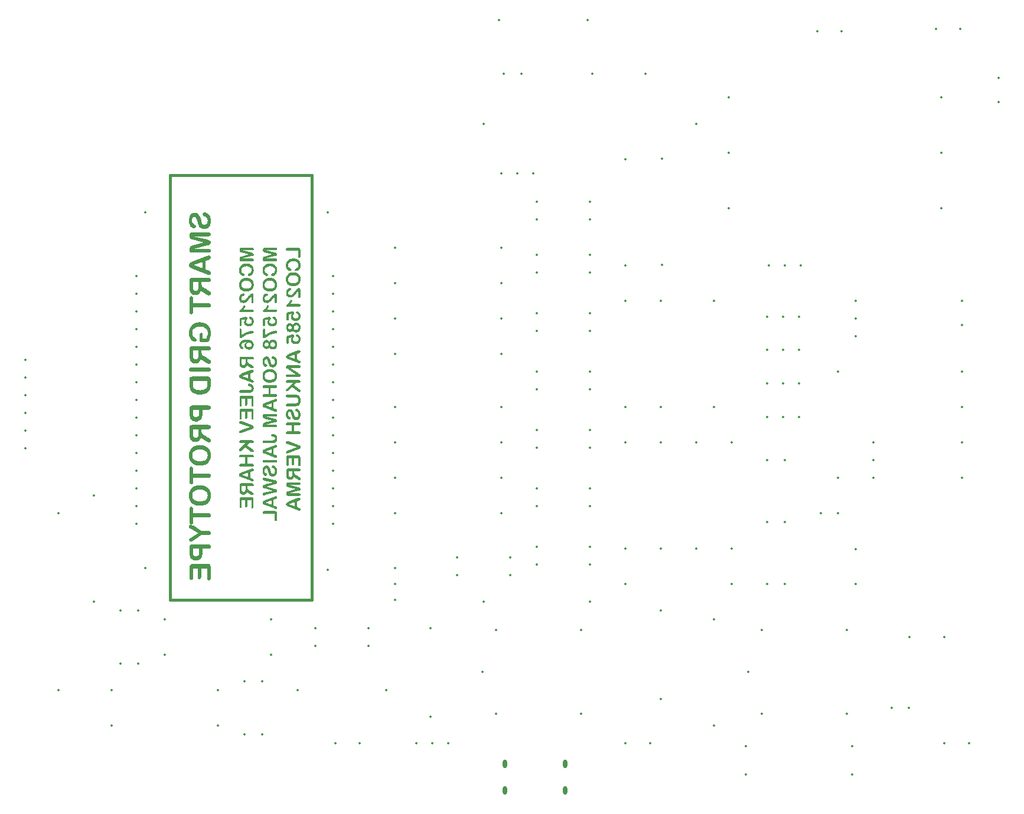
<source format=gbr>
%TF.GenerationSoftware,KiCad,Pcbnew,8.0.3*%
%TF.CreationDate,2024-07-16T18:34:57+05:30*%
%TF.ProjectId,new kicad,6e657720-6b69-4636-9164-2e6b69636164,rev?*%
%TF.SameCoordinates,Original*%
%TF.FileFunction,Legend,Bot*%
%TF.FilePolarity,Positive*%
%FSLAX46Y46*%
G04 Gerber Fmt 4.6, Leading zero omitted, Abs format (unit mm)*
G04 Created by KiCad (PCBNEW 8.0.3) date 2024-07-16 18:34:57*
%MOMM*%
%LPD*%
G01*
G04 APERTURE LIST*
%ADD10C,0.400000*%
%ADD11C,0.100000*%
%ADD12C,0.350000*%
%ADD13O,0.600000X1.200000*%
G04 APERTURE END LIST*
D10*
X94680000Y-63270000D02*
X115000000Y-63270000D01*
X115000000Y-124230000D01*
X94680000Y-124230000D01*
X94680000Y-63270000D01*
D11*
G36*
X99586503Y-70975366D02*
G01*
X99739840Y-70964180D01*
X99884134Y-70930621D01*
X100033857Y-70867094D01*
X100090621Y-70833949D01*
X100208679Y-70744382D01*
X100311435Y-70633949D01*
X100398890Y-70502650D01*
X100440865Y-70420690D01*
X100496003Y-70278449D01*
X100535387Y-70123569D01*
X100556925Y-69977680D01*
X100566402Y-69822114D01*
X100566894Y-69775889D01*
X100560686Y-69613764D01*
X100542061Y-69462613D01*
X100504640Y-69300140D01*
X100450319Y-69152603D01*
X100390307Y-69038032D01*
X100304898Y-68916859D01*
X100203461Y-68810714D01*
X100085995Y-68719595D01*
X100060579Y-68703175D01*
X99920323Y-68630170D01*
X99770280Y-68585090D01*
X99659776Y-68574947D01*
X99514224Y-68614693D01*
X99466336Y-68651884D01*
X99392111Y-68785109D01*
X99385736Y-68848988D01*
X99430075Y-68990816D01*
X99448018Y-69012386D01*
X99567912Y-69098394D01*
X99631933Y-69126692D01*
X99772639Y-69190677D01*
X99874466Y-69251256D01*
X99982829Y-69356700D01*
X100034933Y-69440300D01*
X100082194Y-69580983D01*
X100097702Y-69735337D01*
X100097948Y-69759769D01*
X100085497Y-69919724D01*
X100043040Y-70072699D01*
X99970453Y-70201605D01*
X99865971Y-70305194D01*
X99721675Y-70365621D01*
X99652449Y-70371598D01*
X99500723Y-70342618D01*
X99407718Y-70280006D01*
X99315523Y-70159810D01*
X99263370Y-70042602D01*
X99218651Y-69896864D01*
X99178534Y-69742029D01*
X99157857Y-69654256D01*
X99118198Y-69498185D01*
X99075425Y-69355303D01*
X99023583Y-69210326D01*
X98980537Y-69109106D01*
X98901857Y-68969134D01*
X98805861Y-68850462D01*
X98703565Y-68761060D01*
X98572622Y-68687639D01*
X98421591Y-68644694D01*
X98266859Y-68632100D01*
X98117051Y-68645338D01*
X97964823Y-68690479D01*
X97825757Y-68767655D01*
X97713658Y-68864641D01*
X97619162Y-68985241D01*
X97542268Y-69129454D01*
X97529002Y-69161130D01*
X97478705Y-69313397D01*
X97447816Y-69460813D01*
X97429933Y-69619586D01*
X97424954Y-69767829D01*
X97430402Y-69918126D01*
X97449236Y-70071255D01*
X97485490Y-70222836D01*
X97493831Y-70248499D01*
X97551327Y-70391381D01*
X97628033Y-70523845D01*
X97675547Y-70585554D01*
X97783911Y-70695324D01*
X97912951Y-70781193D01*
X98050638Y-70831554D01*
X98155484Y-70843475D01*
X98299720Y-70803351D01*
X98350390Y-70765806D01*
X98430013Y-70635526D01*
X98436852Y-70573831D01*
X98398705Y-70427892D01*
X98387027Y-70413363D01*
X98269121Y-70322827D01*
X98222163Y-70295394D01*
X98091504Y-70223153D01*
X97972600Y-70125973D01*
X97946657Y-70097557D01*
X97875130Y-69958797D01*
X97849439Y-69803275D01*
X97847006Y-69726796D01*
X97859387Y-69574491D01*
X97901135Y-69433223D01*
X97951786Y-69344312D01*
X98058829Y-69240177D01*
X98203112Y-69199232D01*
X98347934Y-69239551D01*
X98360648Y-69248325D01*
X98458891Y-69358487D01*
X98474221Y-69384612D01*
X98536117Y-69521051D01*
X98548960Y-69559734D01*
X98589325Y-69705574D01*
X98627362Y-69852093D01*
X98666130Y-70007125D01*
X98707332Y-70152569D01*
X98755464Y-70301482D01*
X98759986Y-70314445D01*
X98818821Y-70461208D01*
X98892560Y-70600434D01*
X98936573Y-70666887D01*
X99037492Y-70782132D01*
X99159449Y-70872692D01*
X99198157Y-70894033D01*
X99338602Y-70946693D01*
X99489281Y-70971474D01*
X99586503Y-70975366D01*
G37*
G36*
X100058381Y-72498709D02*
G01*
X98128374Y-72014375D01*
X100219581Y-72014375D01*
X100371622Y-71994958D01*
X100480432Y-71936706D01*
X100558451Y-71807021D01*
X100566894Y-71732274D01*
X100530289Y-71589311D01*
X100481898Y-71530041D01*
X100349708Y-71464579D01*
X100223244Y-71451639D01*
X97852135Y-71451639D01*
X97704854Y-71471274D01*
X97587620Y-71554221D01*
X97531927Y-71693403D01*
X97518743Y-71833391D01*
X97518743Y-72022435D01*
X97526437Y-72170263D01*
X97549518Y-72270830D01*
X97648994Y-72380396D01*
X97658695Y-72385136D01*
X97804198Y-72438600D01*
X97914417Y-72470132D01*
X99535212Y-72909036D01*
X97914417Y-73347941D01*
X97769914Y-73390177D01*
X97658695Y-73432205D01*
X97553465Y-73537048D01*
X97549518Y-73546510D01*
X97521749Y-73697289D01*
X97518743Y-73794905D01*
X97518743Y-73984682D01*
X97533877Y-74132920D01*
X97587620Y-74262386D01*
X97713746Y-74348650D01*
X97852135Y-74365701D01*
X100223244Y-74365701D01*
X100373820Y-74346284D01*
X100481165Y-74288032D01*
X100558522Y-74157308D01*
X100566894Y-74081402D01*
X100526027Y-73935251D01*
X100480432Y-73882100D01*
X100346407Y-73816637D01*
X100219581Y-73803698D01*
X98128374Y-73803698D01*
X100058381Y-73319364D01*
X100203939Y-73281057D01*
X100334619Y-73241695D01*
X100462614Y-73164594D01*
X100495087Y-73131786D01*
X100558409Y-72999491D01*
X100566894Y-72909036D01*
X100538272Y-72761561D01*
X100520000Y-72727320D01*
X100415269Y-72620265D01*
X100402030Y-72612281D01*
X100263304Y-72553377D01*
X100241563Y-72547069D01*
X100099704Y-72509538D01*
X100058381Y-72498709D01*
G37*
G36*
X100354291Y-74767834D02*
G01*
X100481898Y-74847836D01*
X100526720Y-74905825D01*
X100566894Y-75051535D01*
X100562086Y-75114870D01*
X100489958Y-75247173D01*
X100468480Y-75262572D01*
X100337687Y-75331723D01*
X100192470Y-75391521D01*
X99816580Y-75535868D01*
X99816580Y-76764654D01*
X100184410Y-76908269D01*
X100206224Y-76917696D01*
X100341946Y-76977878D01*
X100473838Y-77052616D01*
X100541981Y-77139078D01*
X100566894Y-77262909D01*
X100556504Y-77343714D01*
X100478967Y-77473935D01*
X100428059Y-77516439D01*
X100284794Y-77561863D01*
X100242547Y-77558591D01*
X100099064Y-77521787D01*
X99959462Y-77468806D01*
X97998681Y-76679658D01*
X97904857Y-76643710D01*
X97764207Y-76588066D01*
X97731398Y-76574010D01*
X97599344Y-76499406D01*
X97567051Y-76474748D01*
X97474047Y-76360921D01*
X97446097Y-76297464D01*
X97424954Y-76148429D01*
X97425206Y-76144033D01*
X98081479Y-76144033D01*
X99347634Y-76599057D01*
X99347634Y-75696336D01*
X98081479Y-76144033D01*
X97425206Y-76144033D01*
X97428837Y-76080726D01*
X97474047Y-75936671D01*
X97493264Y-75905931D01*
X97601542Y-75798918D01*
X97660292Y-75763427D01*
X97799378Y-75700000D01*
X97863482Y-75675077D01*
X98003077Y-75620865D01*
X99976315Y-74847836D01*
X100018750Y-74830929D01*
X100160963Y-74779692D01*
X100289190Y-74759176D01*
X100354291Y-74767834D01*
G37*
G36*
X100339179Y-78005204D02*
G01*
X100473105Y-78070376D01*
X100533830Y-78146627D01*
X100566894Y-78296789D01*
X100554014Y-78391689D01*
X100475303Y-78517341D01*
X100339445Y-78586068D01*
X100189539Y-78602337D01*
X99206950Y-78602337D01*
X99206950Y-78816294D01*
X99214206Y-78939269D01*
X99250914Y-79085938D01*
X99308552Y-79186112D01*
X99413579Y-79297697D01*
X99498358Y-79365445D01*
X99628051Y-79453922D01*
X99759427Y-79533635D01*
X100172686Y-79779099D01*
X100264621Y-79834299D01*
X100393970Y-79916120D01*
X100412254Y-79929057D01*
X100517801Y-80036287D01*
X100534485Y-80063824D01*
X100566894Y-80209944D01*
X100566860Y-80215328D01*
X100532456Y-80362351D01*
X100438667Y-80466399D01*
X100319232Y-80504501D01*
X100243551Y-80490172D01*
X100106008Y-80439288D01*
X100026049Y-80403796D01*
X99886348Y-80332253D01*
X99758695Y-80258304D01*
X99640399Y-80182340D01*
X99515233Y-80091508D01*
X99395261Y-79993056D01*
X99324566Y-79927314D01*
X99221972Y-79811515D01*
X99137341Y-79681646D01*
X99132099Y-79705680D01*
X99089118Y-79863134D01*
X99035127Y-80001725D01*
X98959942Y-80137016D01*
X98858171Y-80259769D01*
X98779620Y-80324762D01*
X98644406Y-80397038D01*
X98488326Y-80439059D01*
X98332072Y-80451011D01*
X98322059Y-80450956D01*
X98175818Y-80436723D01*
X98027990Y-80393859D01*
X97893168Y-80324249D01*
X97775931Y-80228262D01*
X97679577Y-80110842D01*
X97608869Y-79976936D01*
X97566086Y-79860587D01*
X97537062Y-79713154D01*
X97531784Y-79665909D01*
X97521767Y-79518207D01*
X97518743Y-79360711D01*
X97518743Y-79167271D01*
X97987690Y-79167271D01*
X97989758Y-79295158D01*
X97999891Y-79443306D01*
X98030921Y-79589323D01*
X98063893Y-79655440D01*
X98168674Y-79766643D01*
X98235436Y-79802937D01*
X98381165Y-79830390D01*
X98487743Y-79819159D01*
X98623698Y-79750523D01*
X98694860Y-79660717D01*
X98748262Y-79521179D01*
X98762537Y-79452096D01*
X98779746Y-79305940D01*
X98784898Y-79150418D01*
X98784898Y-78602337D01*
X97987690Y-78602337D01*
X97987690Y-79167271D01*
X97518743Y-79167271D01*
X97518743Y-78364933D01*
X97535573Y-78212723D01*
X97606671Y-78078436D01*
X97739901Y-78006746D01*
X97890969Y-77989776D01*
X100196866Y-77989776D01*
X100339179Y-78005204D01*
G37*
G36*
X98034584Y-82872679D02*
G01*
X98034584Y-82204431D01*
X100199064Y-82204431D01*
X100353141Y-82185916D01*
X100476769Y-82120167D01*
X100554220Y-81995374D01*
X100566894Y-81901814D01*
X100534605Y-81757796D01*
X100475303Y-81679797D01*
X100342819Y-81611069D01*
X100199064Y-81594801D01*
X98034584Y-81594801D01*
X98034584Y-80927285D01*
X98012328Y-80776383D01*
X97964242Y-80694277D01*
X97832489Y-80622836D01*
X97777397Y-80618073D01*
X97631449Y-80658955D01*
X97588353Y-80697208D01*
X97526969Y-80831997D01*
X97518743Y-80927285D01*
X97518743Y-82872679D01*
X97539009Y-83017886D01*
X97590551Y-83107885D01*
X97722305Y-83180700D01*
X97777397Y-83185554D01*
X97920727Y-83145052D01*
X97964242Y-83107152D01*
X98026272Y-82970800D01*
X98034584Y-82872679D01*
G37*
G36*
X99291214Y-87239741D02*
G01*
X99869337Y-87239741D01*
X100016615Y-87226964D01*
X100053984Y-87217027D01*
X100178548Y-87133496D01*
X100266138Y-87012418D01*
X100285526Y-86978157D01*
X100353853Y-86842419D01*
X100418897Y-86692779D01*
X100471422Y-86546385D01*
X100499483Y-86450593D01*
X100532069Y-86304392D01*
X100553991Y-86151004D01*
X100565248Y-85990429D01*
X100566894Y-85898115D01*
X100561740Y-85748790D01*
X100543227Y-85585346D01*
X100511250Y-85429596D01*
X100465810Y-85281539D01*
X100459183Y-85263572D01*
X100399237Y-85125590D01*
X100317236Y-84982951D01*
X100219818Y-84853642D01*
X100146308Y-84774842D01*
X100024006Y-84668505D01*
X99887910Y-84577006D01*
X99755354Y-84508129D01*
X99648785Y-84464166D01*
X99498347Y-84417042D01*
X99339391Y-84383382D01*
X99193316Y-84364975D01*
X99040721Y-84356875D01*
X98995924Y-84356454D01*
X98843679Y-84361468D01*
X98697254Y-84376510D01*
X98537039Y-84405979D01*
X98384425Y-84448546D01*
X98347459Y-84461235D01*
X98205768Y-84520128D01*
X98075251Y-84591294D01*
X97941775Y-84686026D01*
X97847739Y-84770446D01*
X97739984Y-84892394D01*
X97647532Y-85028252D01*
X97578197Y-85160693D01*
X97534131Y-85267236D01*
X97486366Y-85418361D01*
X97452248Y-85579378D01*
X97433590Y-85728383D01*
X97425381Y-85884961D01*
X97424954Y-85931088D01*
X97430129Y-86079099D01*
X97448322Y-86235102D01*
X97479614Y-86379976D01*
X97507752Y-86470376D01*
X97563337Y-86608722D01*
X97634397Y-86740901D01*
X97715847Y-86852128D01*
X97820069Y-86959224D01*
X97937718Y-87047781D01*
X97981095Y-87072679D01*
X98120901Y-87130424D01*
X98229490Y-87146685D01*
X98374413Y-87106164D01*
X98429525Y-87060956D01*
X98503576Y-86927808D01*
X98511591Y-86856524D01*
X98478618Y-86729762D01*
X98384829Y-86627913D01*
X98262005Y-86547679D01*
X98143251Y-86461297D01*
X98112254Y-86435938D01*
X98012952Y-86324074D01*
X97956915Y-86224912D01*
X97911685Y-86084316D01*
X97894885Y-85936160D01*
X97893900Y-85885659D01*
X97904307Y-85733125D01*
X97939070Y-85582067D01*
X97967906Y-85506838D01*
X98045424Y-85369915D01*
X98148466Y-85251505D01*
X98182595Y-85221074D01*
X98307422Y-85134294D01*
X98441322Y-85070289D01*
X98527711Y-85040090D01*
X98673452Y-85004214D01*
X98829583Y-84983229D01*
X98980537Y-84977076D01*
X99142560Y-84983033D01*
X99292490Y-85000904D01*
X99456444Y-85038075D01*
X99602984Y-85092403D01*
X99732110Y-85163887D01*
X99808520Y-85221074D01*
X99921295Y-85337330D01*
X100006371Y-85471959D01*
X100063748Y-85624961D01*
X100090882Y-85770728D01*
X100097948Y-85902512D01*
X100090117Y-86057724D01*
X100066624Y-86205724D01*
X100042260Y-86300383D01*
X99993900Y-86441239D01*
X99932351Y-86583537D01*
X99883991Y-86679204D01*
X99394528Y-86679204D01*
X99394528Y-86205129D01*
X99381523Y-86055102D01*
X99342505Y-85946475D01*
X99214903Y-85863453D01*
X99162986Y-85859281D01*
X99019509Y-85907652D01*
X98992993Y-85932554D01*
X98929795Y-86071726D01*
X98925582Y-86131123D01*
X98925582Y-86825750D01*
X98935680Y-86976362D01*
X98949030Y-87041905D01*
X99028048Y-87167002D01*
X99051612Y-87184787D01*
X99190834Y-87233248D01*
X99291214Y-87239741D01*
G37*
G36*
X100339179Y-87817904D02*
G01*
X100473105Y-87883077D01*
X100533830Y-87959327D01*
X100566894Y-88109490D01*
X100554014Y-88204390D01*
X100475303Y-88330041D01*
X100339445Y-88398769D01*
X100189539Y-88415038D01*
X99206950Y-88415038D01*
X99206950Y-88628995D01*
X99214206Y-88751970D01*
X99250914Y-88898639D01*
X99308552Y-88998813D01*
X99413579Y-89110397D01*
X99498358Y-89178146D01*
X99628051Y-89266623D01*
X99759427Y-89346336D01*
X100172686Y-89591800D01*
X100264621Y-89647000D01*
X100393970Y-89728820D01*
X100412254Y-89741757D01*
X100517801Y-89848988D01*
X100534485Y-89876525D01*
X100566894Y-90022644D01*
X100566860Y-90028028D01*
X100532456Y-90175052D01*
X100438667Y-90279099D01*
X100319232Y-90317201D01*
X100243551Y-90302872D01*
X100106008Y-90251988D01*
X100026049Y-90216497D01*
X99886348Y-90144953D01*
X99758695Y-90071004D01*
X99640399Y-89995041D01*
X99515233Y-89904208D01*
X99395261Y-89805757D01*
X99324566Y-89740015D01*
X99221972Y-89624215D01*
X99137341Y-89494347D01*
X99132099Y-89518380D01*
X99089118Y-89675835D01*
X99035127Y-89814426D01*
X98959942Y-89949717D01*
X98858171Y-90072470D01*
X98779620Y-90137462D01*
X98644406Y-90209738D01*
X98488326Y-90251759D01*
X98332072Y-90263712D01*
X98322059Y-90263656D01*
X98175818Y-90249424D01*
X98027990Y-90206559D01*
X97893168Y-90136950D01*
X97775931Y-90040963D01*
X97679577Y-89923543D01*
X97608869Y-89789637D01*
X97566086Y-89673287D01*
X97537062Y-89525854D01*
X97531784Y-89478610D01*
X97521767Y-89330908D01*
X97518743Y-89173412D01*
X97518743Y-88979972D01*
X97987690Y-88979972D01*
X97989758Y-89107858D01*
X97999891Y-89256007D01*
X98030921Y-89402023D01*
X98063893Y-89468141D01*
X98168674Y-89579344D01*
X98235436Y-89615637D01*
X98381165Y-89643091D01*
X98487743Y-89631860D01*
X98623698Y-89563224D01*
X98694860Y-89473418D01*
X98748262Y-89333879D01*
X98762537Y-89264797D01*
X98779746Y-89118640D01*
X98784898Y-88963119D01*
X98784898Y-88415038D01*
X97987690Y-88415038D01*
X97987690Y-88979972D01*
X97518743Y-88979972D01*
X97518743Y-88177634D01*
X97535573Y-88025424D01*
X97606671Y-87891137D01*
X97739901Y-87819447D01*
X97890969Y-87802477D01*
X100196866Y-87802477D01*
X100339179Y-87817904D01*
G37*
G36*
X100191737Y-90850628D02*
G01*
X97797913Y-90850628D01*
X97643879Y-90869143D01*
X97518743Y-90934891D01*
X97438143Y-91060028D01*
X97424954Y-91153244D01*
X97457502Y-91298839D01*
X97517278Y-91376727D01*
X97651513Y-91446047D01*
X97797913Y-91462456D01*
X100191737Y-91462456D01*
X100338417Y-91446047D01*
X100473838Y-91376727D01*
X100553808Y-91249587D01*
X100566894Y-91153244D01*
X100530258Y-91006413D01*
X100473105Y-90935624D01*
X100337556Y-90866896D01*
X100191737Y-90850628D01*
G37*
G36*
X100177538Y-92145665D02*
G01*
X100328757Y-92168806D01*
X100361412Y-92180484D01*
X100470174Y-92278715D01*
X100507543Y-92384228D01*
X100520000Y-92530774D01*
X100520000Y-93327983D01*
X100519373Y-93391975D01*
X100511885Y-93548643D01*
X100494354Y-93701674D01*
X100490914Y-93722291D01*
X100455987Y-93871624D01*
X100404961Y-94011618D01*
X100396830Y-94029573D01*
X100325442Y-94158577D01*
X100235701Y-94277599D01*
X100162245Y-94351421D01*
X100043131Y-94449103D01*
X99913300Y-94531123D01*
X99796350Y-94587938D01*
X99657787Y-94638864D01*
X99508834Y-94677669D01*
X99466244Y-94686180D01*
X99318325Y-94708506D01*
X99161246Y-94721529D01*
X99012044Y-94725296D01*
X98960935Y-94724835D01*
X98812536Y-94717923D01*
X98626171Y-94695804D01*
X98452949Y-94658938D01*
X98292871Y-94607327D01*
X98145936Y-94540969D01*
X98012144Y-94459865D01*
X97891496Y-94364015D01*
X97783991Y-94253419D01*
X97697409Y-94136225D01*
X97624318Y-93997891D01*
X97574431Y-93849685D01*
X97558388Y-93777912D01*
X97534460Y-93621377D01*
X97522224Y-93465690D01*
X97518743Y-93315526D01*
X97518743Y-93158722D01*
X97987690Y-93158722D01*
X97987930Y-93193478D01*
X97994963Y-93341875D01*
X98014197Y-93491398D01*
X98049239Y-93637194D01*
X98110358Y-93765761D01*
X98210093Y-93879435D01*
X98334270Y-93969853D01*
X98393679Y-94001452D01*
X98533721Y-94052010D01*
X98679475Y-94082424D01*
X98846897Y-94099935D01*
X99007648Y-94104675D01*
X99161486Y-94099878D01*
X99337202Y-94080390D01*
X99494492Y-94045911D01*
X99658918Y-93984748D01*
X99796811Y-93901998D01*
X99908171Y-93797662D01*
X99933161Y-93766657D01*
X100001228Y-93636461D01*
X100012742Y-93602046D01*
X100042993Y-93457676D01*
X100048503Y-93369399D01*
X100051053Y-93218806D01*
X100051053Y-92754989D01*
X97987690Y-92754989D01*
X97987690Y-93158722D01*
X97518743Y-93158722D01*
X97518743Y-92518318D01*
X97535573Y-92366108D01*
X97606671Y-92231821D01*
X97740133Y-92160131D01*
X97891702Y-92143161D01*
X100092086Y-92143161D01*
X100177538Y-92145665D01*
G37*
G36*
X100341792Y-96310929D02*
G01*
X100473838Y-96379064D01*
X100534088Y-96456831D01*
X100566894Y-96601814D01*
X100553705Y-96694344D01*
X100473105Y-96820167D01*
X100348067Y-96887631D01*
X100196866Y-96906629D01*
X99347634Y-96906629D01*
X99347634Y-97467166D01*
X99345560Y-97570232D01*
X99332888Y-97731132D01*
X99308695Y-97878436D01*
X99264456Y-98037255D01*
X99203628Y-98176496D01*
X99111695Y-98314200D01*
X99015439Y-98410818D01*
X98883475Y-98498273D01*
X98730333Y-98558520D01*
X98582213Y-98588504D01*
X98418534Y-98598499D01*
X98326962Y-98595133D01*
X98179443Y-98573701D01*
X98033119Y-98528157D01*
X97991090Y-98509736D01*
X97857152Y-98429213D01*
X97743691Y-98323726D01*
X97708242Y-98280360D01*
X97626497Y-98145801D01*
X97573698Y-98003524D01*
X97557866Y-97940988D01*
X97534253Y-97792410D01*
X97522178Y-97631893D01*
X97518743Y-97467899D01*
X97518743Y-97319155D01*
X97987690Y-97319155D01*
X97989705Y-97417387D01*
X98002928Y-97568354D01*
X98038065Y-97723301D01*
X98116650Y-97861374D01*
X98140081Y-97882326D01*
X98275975Y-97956171D01*
X98430990Y-97978611D01*
X98551808Y-97966034D01*
X98691842Y-97902407D01*
X98773029Y-97815671D01*
X98835457Y-97680390D01*
X98850148Y-97623486D01*
X98872608Y-97471276D01*
X98878688Y-97319155D01*
X98878688Y-96906629D01*
X97987690Y-96906629D01*
X97987690Y-97319155D01*
X97518743Y-97319155D01*
X97518743Y-96682414D01*
X97535153Y-96526357D01*
X97604473Y-96387124D01*
X97737317Y-96312472D01*
X97890969Y-96294801D01*
X100201263Y-96294801D01*
X100341792Y-96310929D01*
G37*
G36*
X100339179Y-99104855D02*
G01*
X100473105Y-99170027D01*
X100533830Y-99246278D01*
X100566894Y-99396441D01*
X100554014Y-99491340D01*
X100475303Y-99616992D01*
X100339445Y-99685719D01*
X100189539Y-99701988D01*
X99206950Y-99701988D01*
X99206950Y-99915945D01*
X99214206Y-100038920D01*
X99250914Y-100185589D01*
X99308552Y-100285763D01*
X99413579Y-100397348D01*
X99498358Y-100465096D01*
X99628051Y-100553573D01*
X99759427Y-100633286D01*
X100172686Y-100878750D01*
X100264621Y-100933950D01*
X100393970Y-101015771D01*
X100412254Y-101028708D01*
X100517801Y-101135938D01*
X100534485Y-101163476D01*
X100566894Y-101309595D01*
X100566860Y-101314979D01*
X100532456Y-101462002D01*
X100438667Y-101566050D01*
X100319232Y-101604152D01*
X100243551Y-101589823D01*
X100106008Y-101538939D01*
X100026049Y-101503447D01*
X99886348Y-101431904D01*
X99758695Y-101357955D01*
X99640399Y-101281991D01*
X99515233Y-101191159D01*
X99395261Y-101092707D01*
X99324566Y-101026965D01*
X99221972Y-100911166D01*
X99137341Y-100781297D01*
X99132099Y-100805331D01*
X99089118Y-100962785D01*
X99035127Y-101101376D01*
X98959942Y-101236668D01*
X98858171Y-101359420D01*
X98779620Y-101424413D01*
X98644406Y-101496689D01*
X98488326Y-101538710D01*
X98332072Y-101550662D01*
X98322059Y-101550607D01*
X98175818Y-101536374D01*
X98027990Y-101493510D01*
X97893168Y-101423900D01*
X97775931Y-101327913D01*
X97679577Y-101210493D01*
X97608869Y-101076587D01*
X97566086Y-100960238D01*
X97537062Y-100812805D01*
X97531784Y-100765560D01*
X97521767Y-100617858D01*
X97518743Y-100460362D01*
X97518743Y-100266922D01*
X97987690Y-100266922D01*
X97989758Y-100394809D01*
X97999891Y-100542957D01*
X98030921Y-100688974D01*
X98063893Y-100755091D01*
X98168674Y-100866294D01*
X98235436Y-100902588D01*
X98381165Y-100930041D01*
X98487743Y-100918810D01*
X98623698Y-100850174D01*
X98694860Y-100760368D01*
X98748262Y-100620830D01*
X98762537Y-100551747D01*
X98779746Y-100405591D01*
X98784898Y-100250069D01*
X98784898Y-99701988D01*
X97987690Y-99701988D01*
X97987690Y-100266922D01*
X97518743Y-100266922D01*
X97518743Y-99464584D01*
X97535573Y-99312374D01*
X97606671Y-99178087D01*
X97739901Y-99106397D01*
X97890969Y-99089427D01*
X100196866Y-99089427D01*
X100339179Y-99104855D01*
G37*
G36*
X99009159Y-101972808D02*
G01*
X99155659Y-101978713D01*
X99317592Y-101996711D01*
X99473663Y-102026707D01*
X99623872Y-102068702D01*
X99731343Y-102107891D01*
X99865341Y-102170081D01*
X100003389Y-102253621D01*
X100127990Y-102351535D01*
X100203003Y-102425148D01*
X100303158Y-102547837D01*
X100388475Y-102685247D01*
X100451856Y-102819748D01*
X100458933Y-102837360D01*
X100507465Y-102983401D01*
X100541617Y-103138603D01*
X100561389Y-103302963D01*
X100566894Y-103454291D01*
X100566785Y-103476515D01*
X100559933Y-103627673D01*
X100539050Y-103790980D01*
X100504246Y-103944212D01*
X100455519Y-104087369D01*
X100418071Y-104171564D01*
X100338492Y-104312388D01*
X100243264Y-104439417D01*
X100132386Y-104552651D01*
X100050298Y-104620469D01*
X99917118Y-104709637D01*
X99771884Y-104783736D01*
X99632665Y-104836950D01*
X99614560Y-104842810D01*
X99465232Y-104882996D01*
X99307936Y-104911275D01*
X99142671Y-104927647D01*
X98991528Y-104932205D01*
X98932474Y-104931526D01*
X98761085Y-104921351D01*
X98598350Y-104898966D01*
X98444271Y-104864370D01*
X98298847Y-104817564D01*
X98162079Y-104758548D01*
X98076144Y-104712752D01*
X97937989Y-104620268D01*
X97815401Y-104512076D01*
X97708381Y-104388177D01*
X97616929Y-104248569D01*
X97593682Y-104205919D01*
X97532940Y-104071752D01*
X97485696Y-103928261D01*
X97451951Y-103775444D01*
X97431703Y-103613302D01*
X97424954Y-103441835D01*
X97893900Y-103441835D01*
X97894026Y-103457897D01*
X97909052Y-103612142D01*
X97949123Y-103754795D01*
X98022128Y-103898325D01*
X98047102Y-103934751D01*
X98145792Y-104044546D01*
X98268237Y-104136452D01*
X98398750Y-104203872D01*
X98512056Y-104245842D01*
X98670409Y-104284656D01*
X98823138Y-104304852D01*
X98987131Y-104311584D01*
X99142482Y-104306009D01*
X99306373Y-104285985D01*
X99455701Y-104251398D01*
X99606287Y-104195080D01*
X99637190Y-104180202D01*
X99763575Y-104105459D01*
X99879667Y-104007457D01*
X99977780Y-103881472D01*
X100041150Y-103754947D01*
X100083748Y-103607010D01*
X100097948Y-103449895D01*
X100096860Y-103404557D01*
X100075923Y-103253089D01*
X100028339Y-103112840D01*
X100009837Y-103075093D01*
X99927772Y-102951453D01*
X99818778Y-102840997D01*
X99733906Y-102778459D01*
X99602890Y-102708237D01*
X99464870Y-102657083D01*
X99451494Y-102653116D01*
X99297740Y-102617790D01*
X99147444Y-102598899D01*
X98987131Y-102592602D01*
X98970833Y-102592665D01*
X98813440Y-102600222D01*
X98666207Y-102620372D01*
X98515987Y-102657083D01*
X98427595Y-102687857D01*
X98292870Y-102751055D01*
X98170872Y-102834403D01*
X98138002Y-102863277D01*
X98039006Y-102974795D01*
X97964975Y-103102581D01*
X97948317Y-103142023D01*
X97907505Y-103286740D01*
X97893900Y-103441835D01*
X97424954Y-103441835D01*
X97425061Y-103420291D01*
X97431778Y-103273490D01*
X97452248Y-103114305D01*
X97486366Y-102964279D01*
X97534131Y-102823412D01*
X97570381Y-102740465D01*
X97647532Y-102601258D01*
X97739984Y-102475034D01*
X97847739Y-102361793D01*
X97927740Y-102294018D01*
X98059239Y-102204045D01*
X98204532Y-102128098D01*
X98345261Y-102072365D01*
X98363590Y-102066234D01*
X98514292Y-102024194D01*
X98672229Y-101994610D01*
X98837402Y-101977483D01*
X98987864Y-101972714D01*
X99009159Y-101972808D01*
G37*
G36*
X98034584Y-107319434D02*
G01*
X98034584Y-106651186D01*
X100199064Y-106651186D01*
X100353141Y-106632671D01*
X100476769Y-106566922D01*
X100554220Y-106442129D01*
X100566894Y-106348569D01*
X100534605Y-106204551D01*
X100475303Y-106126552D01*
X100342819Y-106057825D01*
X100199064Y-106041556D01*
X98034584Y-106041556D01*
X98034584Y-105374040D01*
X98012328Y-105223138D01*
X97964242Y-105141032D01*
X97832489Y-105069591D01*
X97777397Y-105064829D01*
X97631449Y-105105710D01*
X97588353Y-105143963D01*
X97526969Y-105278752D01*
X97518743Y-105374040D01*
X97518743Y-107319434D01*
X97539009Y-107464641D01*
X97590551Y-107554640D01*
X97722305Y-107627455D01*
X97777397Y-107632309D01*
X97920727Y-107591807D01*
X97964242Y-107553907D01*
X98026272Y-107417555D01*
X98034584Y-107319434D01*
G37*
G36*
X99009159Y-107734985D02*
G01*
X99155659Y-107740891D01*
X99317592Y-107758888D01*
X99473663Y-107788884D01*
X99623872Y-107830879D01*
X99731343Y-107870068D01*
X99865341Y-107932259D01*
X100003389Y-108015798D01*
X100127990Y-108113712D01*
X100203003Y-108187325D01*
X100303158Y-108310014D01*
X100388475Y-108447424D01*
X100451856Y-108581926D01*
X100458933Y-108599537D01*
X100507465Y-108745579D01*
X100541617Y-108900780D01*
X100561389Y-109065140D01*
X100566894Y-109216468D01*
X100566785Y-109238692D01*
X100559933Y-109389850D01*
X100539050Y-109553157D01*
X100504246Y-109706389D01*
X100455519Y-109849546D01*
X100418071Y-109933742D01*
X100338492Y-110074565D01*
X100243264Y-110201594D01*
X100132386Y-110314829D01*
X100050298Y-110382646D01*
X99917118Y-110471814D01*
X99771884Y-110545913D01*
X99632665Y-110599127D01*
X99614560Y-110604988D01*
X99465232Y-110645173D01*
X99307936Y-110673452D01*
X99142671Y-110689824D01*
X98991528Y-110694382D01*
X98932474Y-110693704D01*
X98761085Y-110683528D01*
X98598350Y-110661143D01*
X98444271Y-110626547D01*
X98298847Y-110579741D01*
X98162079Y-110520725D01*
X98076144Y-110474930D01*
X97937989Y-110382446D01*
X97815401Y-110274254D01*
X97708381Y-110150354D01*
X97616929Y-110010746D01*
X97593682Y-109968096D01*
X97532940Y-109833930D01*
X97485696Y-109690438D01*
X97451951Y-109537621D01*
X97431703Y-109375479D01*
X97424954Y-109204012D01*
X97893900Y-109204012D01*
X97894026Y-109220074D01*
X97909052Y-109374319D01*
X97949123Y-109516972D01*
X98022128Y-109660502D01*
X98047102Y-109696929D01*
X98145792Y-109806724D01*
X98268237Y-109898629D01*
X98398750Y-109966050D01*
X98512056Y-110008019D01*
X98670409Y-110046833D01*
X98823138Y-110067029D01*
X98987131Y-110073761D01*
X99142482Y-110068186D01*
X99306373Y-110048162D01*
X99455701Y-110013575D01*
X99606287Y-109957257D01*
X99637190Y-109942379D01*
X99763575Y-109867637D01*
X99879667Y-109769634D01*
X99977780Y-109643649D01*
X100041150Y-109517125D01*
X100083748Y-109369187D01*
X100097948Y-109212072D01*
X100096860Y-109166734D01*
X100075923Y-109015266D01*
X100028339Y-108875017D01*
X100009837Y-108837270D01*
X99927772Y-108713631D01*
X99818778Y-108603175D01*
X99733906Y-108540636D01*
X99602890Y-108470414D01*
X99464870Y-108419260D01*
X99451494Y-108415293D01*
X99297740Y-108379967D01*
X99147444Y-108361077D01*
X98987131Y-108354780D01*
X98970833Y-108354843D01*
X98813440Y-108362399D01*
X98666207Y-108382549D01*
X98515987Y-108419260D01*
X98427595Y-108450034D01*
X98292870Y-108513232D01*
X98170872Y-108596580D01*
X98138002Y-108625454D01*
X98039006Y-108736972D01*
X97964975Y-108864759D01*
X97948317Y-108904200D01*
X97907505Y-109048917D01*
X97893900Y-109204012D01*
X97424954Y-109204012D01*
X97425061Y-109182468D01*
X97431778Y-109035668D01*
X97452248Y-108876482D01*
X97486366Y-108726456D01*
X97534131Y-108585589D01*
X97570381Y-108502642D01*
X97647532Y-108363435D01*
X97739984Y-108237211D01*
X97847739Y-108123970D01*
X97927740Y-108056196D01*
X98059239Y-107966222D01*
X98204532Y-107890276D01*
X98345261Y-107834542D01*
X98363590Y-107828412D01*
X98514292Y-107786371D01*
X98672229Y-107756787D01*
X98837402Y-107739660D01*
X98987864Y-107734891D01*
X99009159Y-107734985D01*
G37*
G36*
X98034584Y-113055233D02*
G01*
X98034584Y-112386985D01*
X100199064Y-112386985D01*
X100353141Y-112368470D01*
X100476769Y-112302721D01*
X100554220Y-112177928D01*
X100566894Y-112084368D01*
X100534605Y-111940350D01*
X100475303Y-111862351D01*
X100342819Y-111793624D01*
X100199064Y-111777355D01*
X98034584Y-111777355D01*
X98034584Y-111109839D01*
X98012328Y-110958937D01*
X97964242Y-110876831D01*
X97832489Y-110805390D01*
X97777397Y-110800628D01*
X97631449Y-110841509D01*
X97588353Y-110879762D01*
X97526969Y-111014551D01*
X97518743Y-111109839D01*
X97518743Y-113055233D01*
X97539009Y-113200440D01*
X97590551Y-113290439D01*
X97722305Y-113363254D01*
X97777397Y-113368108D01*
X97920727Y-113327606D01*
X97964242Y-113289706D01*
X98026272Y-113153354D01*
X98034584Y-113055233D01*
G37*
G36*
X100191737Y-114311130D02*
G01*
X99228199Y-114311130D01*
X98077815Y-113573272D01*
X97947158Y-113494994D01*
X97835282Y-113436252D01*
X97692400Y-113396109D01*
X97684340Y-113395952D01*
X97541870Y-113441702D01*
X97501891Y-113477285D01*
X97432467Y-113607127D01*
X97424954Y-113678053D01*
X97459587Y-113822251D01*
X97498227Y-113868562D01*
X97617438Y-113956049D01*
X97751390Y-114039717D01*
X97791318Y-114063468D01*
X98738004Y-114628401D01*
X97791318Y-115199197D01*
X97663285Y-115274274D01*
X97644040Y-115285659D01*
X97532665Y-115362595D01*
X97452798Y-115456385D01*
X97424954Y-115582414D01*
X97463943Y-115728773D01*
X97500425Y-115775122D01*
X97633107Y-115848377D01*
X97675547Y-115852058D01*
X97822361Y-115820164D01*
X97837480Y-115813224D01*
X97970091Y-115737955D01*
X98060963Y-115679134D01*
X99228199Y-114922958D01*
X100191737Y-114922958D01*
X100338417Y-114906409D01*
X100473838Y-114836496D01*
X100553808Y-114709814D01*
X100566894Y-114615945D01*
X100534346Y-114472798D01*
X100474570Y-114395394D01*
X100339640Y-114327259D01*
X100191737Y-114311130D01*
G37*
G36*
X100341792Y-116276317D02*
G01*
X100473838Y-116344452D01*
X100534088Y-116422218D01*
X100566894Y-116567201D01*
X100553705Y-116659731D01*
X100473105Y-116785554D01*
X100348067Y-116853018D01*
X100196866Y-116872016D01*
X99347634Y-116872016D01*
X99347634Y-117432554D01*
X99345560Y-117535619D01*
X99332888Y-117696519D01*
X99308695Y-117843823D01*
X99264456Y-118002642D01*
X99203628Y-118141883D01*
X99111695Y-118279588D01*
X99015439Y-118376205D01*
X98883475Y-118463660D01*
X98730333Y-118523907D01*
X98582213Y-118553892D01*
X98418534Y-118563886D01*
X98326962Y-118560520D01*
X98179443Y-118539088D01*
X98033119Y-118493545D01*
X97991090Y-118475123D01*
X97857152Y-118394600D01*
X97743691Y-118289113D01*
X97708242Y-118245747D01*
X97626497Y-118111188D01*
X97573698Y-117968911D01*
X97557866Y-117906375D01*
X97534253Y-117757797D01*
X97522178Y-117597280D01*
X97518743Y-117433286D01*
X97518743Y-117284542D01*
X97987690Y-117284542D01*
X97989705Y-117382774D01*
X98002928Y-117533742D01*
X98038065Y-117688688D01*
X98116650Y-117826762D01*
X98140081Y-117847713D01*
X98275975Y-117921558D01*
X98430990Y-117943998D01*
X98551808Y-117931422D01*
X98691842Y-117867794D01*
X98773029Y-117781058D01*
X98835457Y-117645778D01*
X98850148Y-117588874D01*
X98872608Y-117436664D01*
X98878688Y-117284542D01*
X98878688Y-116872016D01*
X97987690Y-116872016D01*
X97987690Y-117284542D01*
X97518743Y-117284542D01*
X97518743Y-116647801D01*
X97535153Y-116491744D01*
X97604473Y-116352512D01*
X97737317Y-116277859D01*
X97890969Y-116260188D01*
X100201263Y-116260188D01*
X100341792Y-116276317D01*
G37*
G36*
X97987690Y-121050034D02*
G01*
X97987690Y-119671039D01*
X98691109Y-119671039D01*
X98691109Y-120940858D01*
X98716010Y-121088033D01*
X98754856Y-121149685D01*
X98885534Y-121216847D01*
X98923384Y-121219295D01*
X99068015Y-121174309D01*
X99094110Y-121151151D01*
X99154839Y-121014963D01*
X99160055Y-120940858D01*
X99160055Y-119671039D01*
X100051053Y-119671039D01*
X100051053Y-121097662D01*
X100073785Y-121243406D01*
X100115533Y-121314549D01*
X100248853Y-121385246D01*
X100287725Y-121387822D01*
X100429974Y-121339451D01*
X100455519Y-121314549D01*
X100514899Y-121172881D01*
X100520000Y-121097662D01*
X100520000Y-119434368D01*
X100503170Y-119280795D01*
X100432072Y-119146406D01*
X100298610Y-119075901D01*
X100147041Y-119059211D01*
X97891702Y-119059211D01*
X97740384Y-119075936D01*
X97677745Y-119098046D01*
X97566909Y-119200948D01*
X97556845Y-119221144D01*
X97521757Y-119365067D01*
X97518743Y-119434368D01*
X97518743Y-121050034D01*
X97541475Y-121197451D01*
X97583224Y-121267655D01*
X97714608Y-121336231D01*
X97752484Y-121338729D01*
X97893001Y-121295349D01*
X97923210Y-121267655D01*
X97982589Y-121126496D01*
X97987690Y-121050034D01*
G37*
G36*
X106362254Y-74329790D02*
G01*
X105075582Y-74006901D01*
X106469720Y-74006901D01*
X106571081Y-73993956D01*
X106643621Y-73955122D01*
X106695634Y-73868665D01*
X106701263Y-73818834D01*
X106676859Y-73723525D01*
X106644598Y-73684012D01*
X106556472Y-73640370D01*
X106472163Y-73631744D01*
X104891423Y-73631744D01*
X104793236Y-73644834D01*
X104715080Y-73700132D01*
X104677951Y-73792920D01*
X104669162Y-73886245D01*
X104669162Y-74012274D01*
X104674291Y-74110826D01*
X104689678Y-74177871D01*
X104755996Y-74250915D01*
X104762463Y-74254075D01*
X104859465Y-74289718D01*
X104932944Y-74310739D01*
X106013475Y-74603342D01*
X104932944Y-74895945D01*
X104836609Y-74924102D01*
X104762463Y-74952121D01*
X104692310Y-75022016D01*
X104689678Y-75028325D01*
X104671166Y-75128844D01*
X104669162Y-75193921D01*
X104669162Y-75320439D01*
X104679251Y-75419264D01*
X104715080Y-75505575D01*
X104799164Y-75563084D01*
X104891423Y-75574452D01*
X106472163Y-75574452D01*
X106572547Y-75561507D01*
X106644110Y-75522672D01*
X106695681Y-75435523D01*
X106701263Y-75384919D01*
X106674018Y-75287485D01*
X106643621Y-75252051D01*
X106554271Y-75208409D01*
X106469720Y-75199783D01*
X105075582Y-75199783D01*
X106362254Y-74876894D01*
X106459292Y-74851355D01*
X106546413Y-74825115D01*
X106631743Y-74773714D01*
X106653391Y-74751842D01*
X106695606Y-74663645D01*
X106701263Y-74603342D01*
X106682181Y-74505025D01*
X106670000Y-74482198D01*
X106600179Y-74410828D01*
X106591353Y-74405505D01*
X106498869Y-74366236D01*
X106484375Y-74362030D01*
X106389802Y-74337010D01*
X106362254Y-74329790D01*
G37*
G36*
X106033991Y-77696922D02*
G01*
X106133642Y-77685076D01*
X106227248Y-77655277D01*
X106241109Y-77649539D01*
X106330956Y-77602091D01*
X106412747Y-77542408D01*
X106459951Y-77500551D01*
X106529043Y-77424002D01*
X106583540Y-77342791D01*
X106630118Y-77250513D01*
X106634340Y-77240676D01*
X106666690Y-77147752D01*
X106688453Y-77046480D01*
X106699629Y-76936863D01*
X106701263Y-76872358D01*
X106697799Y-76766282D01*
X106687409Y-76667017D01*
X106671953Y-76582686D01*
X106645735Y-76488233D01*
X106606945Y-76393505D01*
X106581584Y-76345771D01*
X106524809Y-76262069D01*
X106455297Y-76184011D01*
X106418918Y-76149888D01*
X106337337Y-76088983D01*
X106248179Y-76035657D01*
X106204473Y-76013600D01*
X106112882Y-75975384D01*
X106016894Y-75944999D01*
X105950460Y-75929092D01*
X105846710Y-75912125D01*
X105747624Y-75903451D01*
X105663719Y-75901249D01*
X105558486Y-75904615D01*
X105458208Y-75914713D01*
X105349672Y-75934496D01*
X105247609Y-75963073D01*
X105223105Y-75971591D01*
X105129193Y-76010822D01*
X105042365Y-76057686D01*
X104953150Y-76119532D01*
X104889958Y-76174312D01*
X104817177Y-76252094D01*
X104754907Y-76337064D01*
X104703146Y-76429220D01*
X104678932Y-76483524D01*
X104643984Y-76585121D01*
X104620474Y-76690428D01*
X104608401Y-76799444D01*
X104606636Y-76861612D01*
X104611311Y-76965920D01*
X104625336Y-77065133D01*
X104652813Y-77172279D01*
X104692503Y-77272770D01*
X104704333Y-77296852D01*
X104755838Y-77386764D01*
X104820714Y-77474558D01*
X104892932Y-77548211D01*
X104945157Y-77589455D01*
X105033342Y-77643294D01*
X105126709Y-77679485D01*
X105216266Y-77691549D01*
X105312437Y-77663522D01*
X105340341Y-77641723D01*
X105390259Y-77556177D01*
X105393586Y-77522533D01*
X105372154Y-77426820D01*
X105355484Y-77404808D01*
X105272450Y-77344089D01*
X105224570Y-77317857D01*
X105136290Y-77265068D01*
X105056703Y-77200719D01*
X104995471Y-77129790D01*
X104949034Y-77042046D01*
X104924030Y-76940013D01*
X104919267Y-76864054D01*
X104928640Y-76759068D01*
X104956760Y-76663805D01*
X105011852Y-76566841D01*
X105080143Y-76492416D01*
X105115150Y-76463496D01*
X105208535Y-76405443D01*
X105301157Y-76367032D01*
X105405387Y-76339096D01*
X105521227Y-76321637D01*
X105626628Y-76315090D01*
X105671046Y-76314508D01*
X105772336Y-76317663D01*
X105878650Y-76328998D01*
X105974890Y-76348575D01*
X106071116Y-76380453D01*
X106163079Y-76427012D01*
X106246056Y-76490568D01*
X106309986Y-76567055D01*
X106354762Y-76655190D01*
X106380951Y-76753023D01*
X106388632Y-76850376D01*
X106379902Y-76954991D01*
X106350133Y-77057834D01*
X106299239Y-77147864D01*
X106227911Y-77224445D01*
X106145937Y-77281842D01*
X106047648Y-77327599D01*
X106036922Y-77331535D01*
X105942895Y-77370985D01*
X105904054Y-77396015D01*
X105854752Y-77484636D01*
X105852274Y-77519602D01*
X105879276Y-77613630D01*
X105904542Y-77644654D01*
X105992350Y-77692788D01*
X106033991Y-77696922D01*
G37*
G36*
X105662773Y-77958813D02*
G01*
X105760439Y-77962750D01*
X105868394Y-77974748D01*
X105972442Y-77994746D01*
X106072581Y-78022742D01*
X106144229Y-78048868D01*
X106233560Y-78090329D01*
X106325592Y-78146022D01*
X106408660Y-78211297D01*
X106458668Y-78260373D01*
X106525438Y-78342165D01*
X106582316Y-78433772D01*
X106624570Y-78523440D01*
X106629289Y-78535181D01*
X106661643Y-78632542D01*
X106684411Y-78736009D01*
X106697593Y-78845583D01*
X106701263Y-78946468D01*
X106701190Y-78961284D01*
X106696622Y-79062056D01*
X106682700Y-79170928D01*
X106659497Y-79273082D01*
X106627013Y-79368520D01*
X106602047Y-79424651D01*
X106548994Y-79518533D01*
X106485509Y-79603219D01*
X106411591Y-79678709D01*
X106356865Y-79723920D01*
X106268079Y-79783366D01*
X106171256Y-79832765D01*
X106078443Y-79868241D01*
X106066373Y-79872148D01*
X105966821Y-79898938D01*
X105861957Y-79917791D01*
X105751780Y-79928705D01*
X105651018Y-79931744D01*
X105611649Y-79931292D01*
X105497390Y-79924508D01*
X105388900Y-79909585D01*
X105286181Y-79886521D01*
X105189231Y-79855317D01*
X105098053Y-79815973D01*
X105040762Y-79785443D01*
X104948659Y-79723787D01*
X104866934Y-79651659D01*
X104795587Y-79569059D01*
X104734619Y-79475987D01*
X104719121Y-79447554D01*
X104678627Y-79358109D01*
X104647131Y-79262448D01*
X104624634Y-79160570D01*
X104611135Y-79052476D01*
X104606636Y-78938164D01*
X104919267Y-78938164D01*
X104919350Y-78948872D01*
X104929368Y-79051702D01*
X104956082Y-79146804D01*
X105004752Y-79242491D01*
X105021401Y-79266775D01*
X105087194Y-79339972D01*
X105168825Y-79401242D01*
X105255833Y-79446189D01*
X105331371Y-79474169D01*
X105436939Y-79500045D01*
X105538758Y-79513509D01*
X105648087Y-79517997D01*
X105751655Y-79514280D01*
X105860915Y-79500931D01*
X105960467Y-79477873D01*
X106060858Y-79440327D01*
X106081460Y-79430409D01*
X106165717Y-79380581D01*
X106243111Y-79315246D01*
X106308520Y-79231256D01*
X106350766Y-79146906D01*
X106379165Y-79048281D01*
X106388632Y-78943538D01*
X106387907Y-78913312D01*
X106373949Y-78812333D01*
X106342226Y-78718834D01*
X106329891Y-78693669D01*
X106275181Y-78611243D01*
X106202519Y-78537606D01*
X106145937Y-78495913D01*
X106058593Y-78449099D01*
X105966580Y-78414996D01*
X105957662Y-78412351D01*
X105855160Y-78388801D01*
X105754963Y-78376207D01*
X105648087Y-78372009D01*
X105637222Y-78372051D01*
X105532293Y-78377089D01*
X105434138Y-78390522D01*
X105333991Y-78414996D01*
X105275063Y-78435512D01*
X105185247Y-78477644D01*
X105103914Y-78533210D01*
X105082001Y-78552459D01*
X105016004Y-78626804D01*
X104966650Y-78711995D01*
X104955544Y-78738290D01*
X104928336Y-78834767D01*
X104919267Y-78938164D01*
X104606636Y-78938164D01*
X104606707Y-78923802D01*
X104611185Y-78825935D01*
X104624832Y-78719811D01*
X104647577Y-78619794D01*
X104679420Y-78525882D01*
X104703587Y-78470584D01*
X104755021Y-78377780D01*
X104816656Y-78293630D01*
X104888492Y-78218136D01*
X104941827Y-78172953D01*
X105029492Y-78112971D01*
X105126354Y-78062340D01*
X105220174Y-78025184D01*
X105232393Y-78021097D01*
X105332861Y-77993070D01*
X105438153Y-77973348D01*
X105548268Y-77961929D01*
X105648576Y-77958750D01*
X105662773Y-77958813D01*
G37*
G36*
X106357369Y-80677662D02*
G01*
X106357369Y-81394759D01*
X106369363Y-81494467D01*
X106399867Y-81558401D01*
X106484756Y-81611889D01*
X106515150Y-81614577D01*
X106610526Y-81582583D01*
X106625059Y-81569637D01*
X106667191Y-81477130D01*
X106670000Y-81434815D01*
X106670000Y-80423649D01*
X106654283Y-80326958D01*
X106614312Y-80262937D01*
X106528507Y-80210925D01*
X106483398Y-80205296D01*
X106384174Y-80229804D01*
X106355415Y-80242421D01*
X106268823Y-80291499D01*
X106229874Y-80323510D01*
X106148717Y-80401732D01*
X106072795Y-80476541D01*
X106002110Y-80547938D01*
X105927738Y-80625355D01*
X105901612Y-80653237D01*
X105832094Y-80729298D01*
X105767278Y-80804210D01*
X105721849Y-80863286D01*
X105661330Y-80942558D01*
X105595613Y-81016344D01*
X105560160Y-81050865D01*
X105483173Y-81113097D01*
X105393586Y-81164682D01*
X105298498Y-81196676D01*
X105226036Y-81204249D01*
X105127178Y-81189439D01*
X105067278Y-81162240D01*
X104991753Y-81097897D01*
X104958346Y-81047934D01*
X104924762Y-80952832D01*
X104919267Y-80890642D01*
X104934866Y-80785779D01*
X104981663Y-80695896D01*
X105059659Y-80620992D01*
X105079002Y-80607808D01*
X105170631Y-80569661D01*
X105192819Y-80561891D01*
X105283786Y-80522993D01*
X105335945Y-80489106D01*
X105383386Y-80402500D01*
X105385771Y-80369916D01*
X105355780Y-80273942D01*
X105340341Y-80256099D01*
X105248321Y-80212843D01*
X105215289Y-80210669D01*
X105117470Y-80221294D01*
X105021993Y-80250553D01*
X105015498Y-80253168D01*
X104928197Y-80298395D01*
X104848375Y-80359703D01*
X104826943Y-80380174D01*
X104763365Y-80456334D01*
X104710752Y-80547490D01*
X104690167Y-80594619D01*
X104660409Y-80689204D01*
X104643003Y-80794293D01*
X104637899Y-80898946D01*
X104642051Y-81000123D01*
X104656648Y-81104752D01*
X104681756Y-81199643D01*
X104704333Y-81257494D01*
X104753306Y-81342559D01*
X104816876Y-81417321D01*
X104826454Y-81426510D01*
X104904636Y-81487662D01*
X104993551Y-81534645D01*
X105006217Y-81539839D01*
X105103540Y-81568941D01*
X105204083Y-81580225D01*
X105217732Y-81580383D01*
X105322193Y-81572131D01*
X105420644Y-81547372D01*
X105513084Y-81506109D01*
X105530851Y-81495875D01*
X105612863Y-81442724D01*
X105695661Y-81378061D01*
X105751646Y-81323440D01*
X105817181Y-81248963D01*
X105886858Y-81167163D01*
X105951042Y-81090557D01*
X106002240Y-81028883D01*
X106073179Y-80944677D01*
X106145322Y-80863611D01*
X106215097Y-80791754D01*
X106266999Y-80745073D01*
X106347610Y-80684148D01*
X106357369Y-80677662D01*
G37*
G36*
X106479002Y-82507041D02*
G01*
X105231898Y-82507041D01*
X105297843Y-82423296D01*
X105367910Y-82328661D01*
X105424239Y-82245189D01*
X105473698Y-82159758D01*
X105510792Y-82061750D01*
X105513265Y-82037117D01*
X105477362Y-81945969D01*
X105466371Y-81934535D01*
X105376327Y-81891168D01*
X105357438Y-81890083D01*
X105263389Y-81921382D01*
X105251926Y-81934047D01*
X105199272Y-82020781D01*
X105164975Y-82089385D01*
X105119255Y-82177553D01*
X105066915Y-82263191D01*
X105007467Y-82342406D01*
X104996448Y-82355122D01*
X104926884Y-82426631D01*
X104851550Y-82491684D01*
X104798122Y-82531465D01*
X104718461Y-82588713D01*
X104663300Y-82632093D01*
X104637899Y-82720020D01*
X104669773Y-82812985D01*
X104694563Y-82836769D01*
X104786807Y-82875537D01*
X104849902Y-82880732D01*
X106424780Y-82880732D01*
X106532511Y-82871733D01*
X106632142Y-82833715D01*
X106694513Y-82746845D01*
X106701263Y-82692665D01*
X106677070Y-82596695D01*
X106645087Y-82557843D01*
X106553877Y-82514185D01*
X106479002Y-82507041D01*
G37*
G36*
X104981793Y-84677871D02*
G01*
X104981793Y-84025254D01*
X105434131Y-83947096D01*
X105386687Y-84042687D01*
X105352798Y-84134553D01*
X105330876Y-84233450D01*
X105325687Y-84307110D01*
X105333910Y-84411450D01*
X105358580Y-84510147D01*
X105375512Y-84553796D01*
X105422284Y-84642390D01*
X105481632Y-84721633D01*
X105513265Y-84755052D01*
X105589711Y-84819175D01*
X105676960Y-84871044D01*
X105720872Y-84890851D01*
X105821410Y-84922795D01*
X105919367Y-84937827D01*
X105978792Y-84940188D01*
X106076703Y-84934601D01*
X106181525Y-84914959D01*
X106280705Y-84881175D01*
X106343691Y-84850795D01*
X106430683Y-84794488D01*
X106507009Y-84725584D01*
X106572672Y-84644084D01*
X106604542Y-84593363D01*
X106651297Y-84494745D01*
X106680011Y-84400208D01*
X106696634Y-84299198D01*
X106701263Y-84205505D01*
X106696868Y-84102236D01*
X106681084Y-83995089D01*
X106653820Y-83899545D01*
X106609427Y-83805924D01*
X106549407Y-83719046D01*
X106477323Y-83643536D01*
X106398890Y-83589036D01*
X106307046Y-83547921D01*
X106207731Y-83526091D01*
X106190795Y-83525533D01*
X106096848Y-83562041D01*
X106087725Y-83569986D01*
X106040593Y-83657377D01*
X106038876Y-83681849D01*
X106067319Y-83777046D01*
X106145191Y-83842656D01*
X106168325Y-83853796D01*
X106256460Y-83904617D01*
X106331901Y-83973593D01*
X106353949Y-84001807D01*
X106401283Y-84094457D01*
X106419637Y-84196552D01*
X106419895Y-84210879D01*
X106406584Y-84310286D01*
X106366650Y-84396503D01*
X106298391Y-84470763D01*
X106219616Y-84519113D01*
X106126107Y-84550319D01*
X106028761Y-84562206D01*
X106006636Y-84562588D01*
X105908777Y-84554849D01*
X105811089Y-84526685D01*
X105787794Y-84515694D01*
X105703973Y-84457288D01*
X105651995Y-84390642D01*
X105615657Y-84296995D01*
X105607055Y-84216252D01*
X105614260Y-84114891D01*
X105635875Y-84047236D01*
X105692426Y-83961203D01*
X105736992Y-83900690D01*
X105790847Y-83813862D01*
X105808799Y-83743886D01*
X105778686Y-83647799D01*
X105759462Y-83624207D01*
X105674323Y-83574441D01*
X105647599Y-83571939D01*
X105553321Y-83587083D01*
X104887515Y-83702365D01*
X104788841Y-83730087D01*
X104721430Y-83774173D01*
X104676512Y-83865077D01*
X104669162Y-83944166D01*
X104669162Y-84669567D01*
X104681681Y-84773229D01*
X104737323Y-84858672D01*
X104827431Y-84884012D01*
X104922413Y-84849507D01*
X104939295Y-84831744D01*
X104977643Y-84736556D01*
X104981793Y-84677871D01*
G37*
G36*
X104669162Y-85477034D02*
G01*
X104669162Y-86391479D01*
X104677110Y-86492952D01*
X104710683Y-86582477D01*
X104797427Y-86636908D01*
X104846482Y-86641584D01*
X104943727Y-86608798D01*
X104999378Y-86572219D01*
X105079762Y-86512635D01*
X105159973Y-86451910D01*
X105209427Y-86413949D01*
X105294928Y-86352471D01*
X105384077Y-86295379D01*
X105473610Y-86243017D01*
X105494703Y-86231256D01*
X105584676Y-86185338D01*
X105684113Y-86141374D01*
X105778885Y-86104509D01*
X105880902Y-86069139D01*
X105911381Y-86059309D01*
X106005348Y-86032461D01*
X106092121Y-86012414D01*
X106191967Y-85995139D01*
X106277745Y-85982128D01*
X106378251Y-85966863D01*
X106452135Y-85953307D01*
X106551935Y-85925940D01*
X106639868Y-85878231D01*
X106647041Y-85871730D01*
X106695967Y-85782566D01*
X106701263Y-85731046D01*
X106676018Y-85635076D01*
X106642644Y-85596224D01*
X106552823Y-85553806D01*
X106468743Y-85545422D01*
X106364085Y-85554703D01*
X106264915Y-85573845D01*
X106227920Y-85582547D01*
X106126798Y-85610282D01*
X106025754Y-85642992D01*
X105927958Y-85678232D01*
X105863021Y-85703203D01*
X105769519Y-85741948D01*
X105674941Y-85784667D01*
X105579288Y-85831360D01*
X105482559Y-85882026D01*
X105426803Y-85912763D01*
X105329040Y-85970145D01*
X105245429Y-86022901D01*
X105161989Y-86078955D01*
X105078722Y-86138306D01*
X104995626Y-86200954D01*
X104981793Y-86211716D01*
X104981793Y-85477034D01*
X104971657Y-85375917D01*
X104941249Y-85304110D01*
X104854603Y-85250987D01*
X104814242Y-85247445D01*
X104718907Y-85275844D01*
X104696029Y-85307529D01*
X104672337Y-85407857D01*
X104669162Y-85477034D01*
G37*
G36*
X105831176Y-86833247D02*
G01*
X105940438Y-86842573D01*
X106042797Y-86858114D01*
X106153490Y-86884104D01*
X106254787Y-86918555D01*
X106268481Y-86924188D01*
X106358437Y-86967923D01*
X106448593Y-87027121D01*
X106525255Y-87096150D01*
X106588422Y-87175010D01*
X106595365Y-87185544D01*
X106642969Y-87274280D01*
X106676469Y-87370955D01*
X106695863Y-87475567D01*
X106701263Y-87573614D01*
X106699104Y-87635188D01*
X106684339Y-87740911D01*
X106655587Y-87840066D01*
X106612847Y-87932651D01*
X106583371Y-87980546D01*
X106521778Y-88058101D01*
X106449213Y-88124527D01*
X106365673Y-88179825D01*
X106315343Y-88205437D01*
X106220362Y-88240600D01*
X106119739Y-88261697D01*
X106013475Y-88268729D01*
X105955478Y-88266556D01*
X105858667Y-88252714D01*
X105757508Y-88223300D01*
X105712680Y-88204942D01*
X105623447Y-88156093D01*
X105545017Y-88094829D01*
X105523073Y-88073633D01*
X105456488Y-87992596D01*
X105405799Y-87900900D01*
X105389198Y-87858796D01*
X105365012Y-87762742D01*
X105356950Y-87660076D01*
X105358976Y-87609896D01*
X105364500Y-87578988D01*
X105638318Y-87578988D01*
X105645896Y-87649120D01*
X105684235Y-87742630D01*
X105731933Y-87801521D01*
X105816615Y-87859378D01*
X105827556Y-87864525D01*
X105924704Y-87893742D01*
X106023733Y-87901877D01*
X106128185Y-87893004D01*
X106227655Y-87862747D01*
X106310963Y-87811018D01*
X106353408Y-87769167D01*
X106404576Y-87679165D01*
X106419895Y-87581919D01*
X106410467Y-87503939D01*
X106368564Y-87412107D01*
X106300704Y-87340118D01*
X106293197Y-87334198D01*
X106202931Y-87281477D01*
X106108649Y-87253284D01*
X106002728Y-87243886D01*
X105904647Y-87254298D01*
X105808799Y-87291270D01*
X105743710Y-87338527D01*
X105682281Y-87416322D01*
X105653817Y-87480637D01*
X105638318Y-87578988D01*
X105364500Y-87578988D01*
X105377271Y-87507534D01*
X105414591Y-87413879D01*
X105451960Y-87353369D01*
X105517173Y-87276776D01*
X105592400Y-87210669D01*
X105569327Y-87211879D01*
X105460618Y-87220332D01*
X105362999Y-87232792D01*
X105260497Y-87253034D01*
X105161098Y-87283942D01*
X105074117Y-87328883D01*
X105021088Y-87372758D01*
X104961277Y-87450516D01*
X104939123Y-87495749D01*
X104919267Y-87595596D01*
X104927248Y-87665710D01*
X104967627Y-87754842D01*
X105007927Y-87801279D01*
X105094633Y-87855471D01*
X105112625Y-87863430D01*
X105187934Y-87928255D01*
X105195719Y-87940719D01*
X105221151Y-88035233D01*
X105220030Y-88055269D01*
X105175233Y-88143677D01*
X105166446Y-88151272D01*
X105072651Y-88186175D01*
X105060897Y-88185910D01*
X104964665Y-88164692D01*
X104877257Y-88118276D01*
X104822693Y-88074827D01*
X104757995Y-88000547D01*
X104706775Y-87916043D01*
X104702538Y-87907636D01*
X104664804Y-87809751D01*
X104644625Y-87712150D01*
X104637899Y-87606343D01*
X104638504Y-87572436D01*
X104647585Y-87474887D01*
X104670454Y-87373841D01*
X104706775Y-87280523D01*
X104715643Y-87262857D01*
X104767706Y-87179452D01*
X104832650Y-87104252D01*
X104910474Y-87037257D01*
X104963505Y-87001336D01*
X105052326Y-86953573D01*
X105152274Y-86913151D01*
X105250460Y-86883384D01*
X105289322Y-86873869D01*
X105397697Y-86853070D01*
X105498185Y-86840330D01*
X105603956Y-86832687D01*
X105715010Y-86830139D01*
X105831176Y-86833247D01*
G37*
G36*
X106549452Y-89290668D02*
G01*
X106638736Y-89334117D01*
X106679220Y-89384950D01*
X106701263Y-89485059D01*
X106692676Y-89548325D01*
X106640202Y-89632093D01*
X106549630Y-89677911D01*
X106449692Y-89688757D01*
X105794633Y-89688757D01*
X105794633Y-89831395D01*
X105799470Y-89913379D01*
X105823942Y-90011158D01*
X105862368Y-90077941D01*
X105932386Y-90152330D01*
X105988905Y-90197496D01*
X106075367Y-90256481D01*
X106162951Y-90309623D01*
X106438457Y-90473265D01*
X106499747Y-90510065D01*
X106585980Y-90564612D01*
X106598169Y-90573237D01*
X106668534Y-90644724D01*
X106679657Y-90663082D01*
X106701263Y-90760495D01*
X106701240Y-90764084D01*
X106678304Y-90862100D01*
X106615778Y-90931465D01*
X106536154Y-90956866D01*
X106485701Y-90947314D01*
X106394005Y-90913391D01*
X106340699Y-90889730D01*
X106247565Y-90842034D01*
X106162463Y-90792735D01*
X106083599Y-90742093D01*
X106000155Y-90681538D01*
X105920174Y-90615903D01*
X105873044Y-90572075D01*
X105804648Y-90494876D01*
X105748227Y-90408297D01*
X105744733Y-90424319D01*
X105716079Y-90529289D01*
X105680085Y-90621682D01*
X105629961Y-90711877D01*
X105562114Y-90793712D01*
X105509747Y-90837040D01*
X105419604Y-90885224D01*
X105315551Y-90913238D01*
X105211381Y-90921207D01*
X105204706Y-90921170D01*
X105107212Y-90911681D01*
X105008660Y-90883105D01*
X104918778Y-90836699D01*
X104840621Y-90772707D01*
X104776385Y-90694427D01*
X104729246Y-90605157D01*
X104700724Y-90527590D01*
X104681374Y-90429302D01*
X104677856Y-90397805D01*
X104671178Y-90299337D01*
X104669162Y-90194340D01*
X104669162Y-90065380D01*
X104981793Y-90065380D01*
X104983172Y-90150638D01*
X104989927Y-90249403D01*
X105010614Y-90346748D01*
X105032595Y-90390826D01*
X105102449Y-90464961D01*
X105146957Y-90489157D01*
X105244110Y-90507459D01*
X105315162Y-90499972D01*
X105405799Y-90454214D01*
X105453240Y-90394344D01*
X105488841Y-90301318D01*
X105498358Y-90255263D01*
X105509831Y-90157826D01*
X105513265Y-90054145D01*
X105513265Y-89688757D01*
X104981793Y-89688757D01*
X104981793Y-90065380D01*
X104669162Y-90065380D01*
X104669162Y-89530488D01*
X104680382Y-89429015D01*
X104727780Y-89339490D01*
X104816601Y-89291697D01*
X104917313Y-89280383D01*
X106454577Y-89280383D01*
X106549452Y-89290668D01*
G37*
G36*
X106559527Y-91157544D02*
G01*
X106644598Y-91210879D01*
X106674480Y-91249538D01*
X106701263Y-91346678D01*
X106698057Y-91388901D01*
X106649972Y-91477103D01*
X106635653Y-91487369D01*
X106548458Y-91533470D01*
X106451646Y-91573335D01*
X106201053Y-91669567D01*
X106201053Y-92488757D01*
X106446273Y-92584501D01*
X106460816Y-92590786D01*
X106551297Y-92630907D01*
X106639225Y-92680732D01*
X106684654Y-92738374D01*
X106701263Y-92820928D01*
X106694336Y-92874797D01*
X106642644Y-92961612D01*
X106608706Y-92989947D01*
X106513196Y-93020230D01*
X106485031Y-93018049D01*
X106389376Y-92993512D01*
X106296308Y-92958192D01*
X104989120Y-92432093D01*
X104926571Y-92408128D01*
X104832805Y-92371032D01*
X104810932Y-92361661D01*
X104722896Y-92311926D01*
X104701367Y-92295486D01*
X104639364Y-92219602D01*
X104620731Y-92177297D01*
X104606636Y-92077941D01*
X104606804Y-92075010D01*
X105044319Y-92075010D01*
X105888422Y-92378360D01*
X105888422Y-91776545D01*
X105044319Y-92075010D01*
X104606804Y-92075010D01*
X104609225Y-92032805D01*
X104639364Y-91936769D01*
X104652176Y-91916275D01*
X104724361Y-91844933D01*
X104763528Y-91821273D01*
X104856252Y-91778988D01*
X104898988Y-91762372D01*
X104992051Y-91726231D01*
X106307543Y-91210879D01*
X106335833Y-91199607D01*
X106430642Y-91165450D01*
X106516127Y-91151772D01*
X106559527Y-91157544D01*
G37*
G36*
X104855275Y-94478848D02*
G01*
X105916266Y-94478848D01*
X106014108Y-94477199D01*
X106113498Y-94471109D01*
X106151228Y-94467124D01*
X106248681Y-94448073D01*
X106341374Y-94416904D01*
X106347599Y-94414368D01*
X106435737Y-94368592D01*
X106519981Y-94301235D01*
X106583484Y-94225767D01*
X106607962Y-94187711D01*
X106653063Y-94093511D01*
X106683404Y-93988414D01*
X106697982Y-93885847D01*
X106701263Y-93803272D01*
X106697385Y-93704965D01*
X106683754Y-93604587D01*
X106657097Y-93505744D01*
X106639225Y-93461332D01*
X106587176Y-93373811D01*
X106517002Y-93298642D01*
X106437480Y-93241025D01*
X106347163Y-93199001D01*
X106256252Y-93169706D01*
X106155624Y-93149190D01*
X106059881Y-93142351D01*
X105959238Y-93161122D01*
X105909427Y-93195596D01*
X105862264Y-93283795D01*
X105857159Y-93333349D01*
X105882142Y-93429221D01*
X105905519Y-93455471D01*
X105996971Y-93502886D01*
X106055484Y-93518485D01*
X106153914Y-93541933D01*
X106230362Y-93565380D01*
X106314418Y-93615236D01*
X106342226Y-93643538D01*
X106383148Y-93735972D01*
X106388632Y-93800341D01*
X106369371Y-93905789D01*
X106311588Y-93985336D01*
X106215284Y-94038985D01*
X106102078Y-94064356D01*
X105986120Y-94070963D01*
X104857229Y-94070963D01*
X104759442Y-94081341D01*
X104669162Y-94125184D01*
X104615429Y-94208227D01*
X104606636Y-94272707D01*
X104628679Y-94371465D01*
X104669162Y-94423161D01*
X104758584Y-94468189D01*
X104855275Y-94478848D01*
G37*
G36*
X104981793Y-96239839D02*
G01*
X104981793Y-95320509D01*
X105450739Y-95320509D01*
X105450739Y-96167055D01*
X105467340Y-96265172D01*
X105493237Y-96306273D01*
X105580356Y-96351048D01*
X105605589Y-96352679D01*
X105702010Y-96322689D01*
X105719406Y-96307250D01*
X105759892Y-96216458D01*
X105763370Y-96167055D01*
X105763370Y-95320509D01*
X106357369Y-95320509D01*
X106357369Y-96271591D01*
X106372523Y-96368753D01*
X106400355Y-96416182D01*
X106489235Y-96463314D01*
X106515150Y-96465031D01*
X106609983Y-96432783D01*
X106627013Y-96416182D01*
X106666599Y-96321737D01*
X106670000Y-96271591D01*
X106670000Y-95162728D01*
X106658780Y-95060346D01*
X106611381Y-94970753D01*
X106522406Y-94923750D01*
X106421360Y-94912623D01*
X104917801Y-94912623D01*
X104816922Y-94923773D01*
X104775163Y-94938513D01*
X104701272Y-95007115D01*
X104694563Y-95020579D01*
X104671171Y-95116528D01*
X104669162Y-95162728D01*
X104669162Y-96239839D01*
X104684317Y-96338117D01*
X104712149Y-96384919D01*
X104799739Y-96430637D01*
X104824989Y-96432302D01*
X104918667Y-96403382D01*
X104938806Y-96384919D01*
X104978393Y-96290814D01*
X104981793Y-96239839D01*
G37*
G36*
X104981793Y-98105854D02*
G01*
X104981793Y-97186524D01*
X105450739Y-97186524D01*
X105450739Y-98033070D01*
X105467340Y-98131187D01*
X105493237Y-98172288D01*
X105580356Y-98217063D01*
X105605589Y-98218695D01*
X105702010Y-98188704D01*
X105719406Y-98173265D01*
X105759892Y-98082473D01*
X105763370Y-98033070D01*
X105763370Y-97186524D01*
X106357369Y-97186524D01*
X106357369Y-98137606D01*
X106372523Y-98234769D01*
X106400355Y-98282198D01*
X106489235Y-98329329D01*
X106515150Y-98331046D01*
X106609983Y-98298799D01*
X106627013Y-98282198D01*
X106666599Y-98187752D01*
X106670000Y-98137606D01*
X106670000Y-97028743D01*
X106658780Y-96926362D01*
X106611381Y-96836769D01*
X106522406Y-96789765D01*
X106421360Y-96778639D01*
X104917801Y-96778639D01*
X104816922Y-96789788D01*
X104775163Y-96804528D01*
X104701272Y-96873130D01*
X104694563Y-96886594D01*
X104671171Y-96982543D01*
X104669162Y-97028743D01*
X104669162Y-98105854D01*
X104684317Y-98204132D01*
X104712149Y-98250935D01*
X104799739Y-98296652D01*
X104824989Y-98298318D01*
X104918667Y-98269397D01*
X104938806Y-98250935D01*
X104978393Y-98156829D01*
X104981793Y-98105854D01*
G37*
G36*
X104875792Y-98943119D02*
G01*
X106232316Y-99398876D01*
X104866022Y-99856587D01*
X104770312Y-99889374D01*
X104716545Y-99909832D01*
X104640341Y-99968939D01*
X104607163Y-100064415D01*
X104606636Y-100081779D01*
X104633014Y-100178499D01*
X104702868Y-100248841D01*
X104790307Y-100274242D01*
X104856252Y-100265938D01*
X104925129Y-100245422D01*
X104994982Y-100220509D01*
X106318778Y-99733000D01*
X106414999Y-99698589D01*
X106462882Y-99680732D01*
X106552609Y-99638973D01*
X106583049Y-99620160D01*
X106654937Y-99549438D01*
X106668046Y-99528813D01*
X106698635Y-99433984D01*
X106701263Y-99389595D01*
X106687378Y-99292182D01*
X106669023Y-99249888D01*
X106605362Y-99174468D01*
X106583049Y-99158053D01*
X106495213Y-99110242D01*
X106462393Y-99096503D01*
X106369909Y-99062523D01*
X106318778Y-99044724D01*
X105005729Y-98565031D01*
X104935387Y-98539630D01*
X104860648Y-98517648D01*
X104793237Y-98508855D01*
X104698430Y-98537876D01*
X104664766Y-98565031D01*
X104613505Y-98651604D01*
X104606636Y-98706692D01*
X104627038Y-98804820D01*
X104671116Y-98854214D01*
X104760752Y-98900958D01*
X104858506Y-98937448D01*
X104875792Y-98943119D01*
G37*
G36*
X104858206Y-101681570D02*
G01*
X105575792Y-101681570D01*
X104726803Y-102482686D01*
X104657412Y-102553862D01*
X104635945Y-102580872D01*
X104606894Y-102676424D01*
X104606636Y-102688827D01*
X104626862Y-102785570D01*
X104658415Y-102830976D01*
X104744709Y-102880909D01*
X104784933Y-102885198D01*
X104880019Y-102859142D01*
X104957703Y-102798555D01*
X104963230Y-102792875D01*
X105435596Y-102297062D01*
X106259183Y-102868590D01*
X106344083Y-102924262D01*
X106409148Y-102958960D01*
X106503487Y-102987353D01*
X106534200Y-102989246D01*
X106628797Y-102957046D01*
X106651437Y-102936489D01*
X106696397Y-102845940D01*
X106701263Y-102792875D01*
X106685905Y-102694781D01*
X106665603Y-102654145D01*
X106595109Y-102580788D01*
X106570348Y-102563775D01*
X106487001Y-102512759D01*
X106461905Y-102497829D01*
X105732107Y-102015205D01*
X106047180Y-101681570D01*
X106456531Y-101681570D01*
X106559142Y-101668904D01*
X106641179Y-101623928D01*
X106692813Y-101538901D01*
X106701263Y-101475429D01*
X106675132Y-101378285D01*
X106673419Y-101375289D01*
X106604955Y-101304421D01*
X106599169Y-101301039D01*
X106509288Y-101277592D01*
X106406797Y-101273928D01*
X106361277Y-101273684D01*
X104855275Y-101273684D01*
X104752586Y-101285598D01*
X104669162Y-101327906D01*
X104615429Y-101410949D01*
X104606636Y-101475429D01*
X104628507Y-101572492D01*
X104668674Y-101624417D01*
X104759177Y-101670630D01*
X104858206Y-101681570D01*
G37*
G36*
X104859672Y-103752749D02*
G01*
X105450739Y-103752749D01*
X105450739Y-104633489D01*
X104859672Y-104633489D01*
X104761123Y-104644148D01*
X104670139Y-104689176D01*
X104615566Y-104772333D01*
X104606636Y-104835233D01*
X104628334Y-104932296D01*
X104668185Y-104984221D01*
X104757675Y-105030435D01*
X104855275Y-105041374D01*
X106451158Y-105041374D01*
X106548945Y-105030341D01*
X106639225Y-104983733D01*
X106692539Y-104898706D01*
X106701263Y-104835233D01*
X106679047Y-104739095D01*
X106638248Y-104688199D01*
X106547178Y-104643961D01*
X106449204Y-104633489D01*
X105763370Y-104633489D01*
X105763370Y-103752749D01*
X106449204Y-103752749D01*
X106547993Y-103741716D01*
X106638736Y-103695108D01*
X106692470Y-103610081D01*
X106701263Y-103546608D01*
X106679220Y-103450469D01*
X106638736Y-103399574D01*
X106548370Y-103355335D01*
X106451158Y-103344863D01*
X104855275Y-103344863D01*
X104752586Y-103356777D01*
X104669162Y-103399085D01*
X104615429Y-103482128D01*
X104606636Y-103546608D01*
X104628679Y-103643671D01*
X104669162Y-103695596D01*
X104760215Y-103741810D01*
X104859672Y-103752749D01*
G37*
G36*
X106559527Y-105329491D02*
G01*
X106644598Y-105382826D01*
X106674480Y-105421485D01*
X106701263Y-105518625D01*
X106698057Y-105560848D01*
X106649972Y-105649050D01*
X106635653Y-105659316D01*
X106548458Y-105705417D01*
X106451646Y-105745282D01*
X106201053Y-105841514D01*
X106201053Y-106660704D01*
X106446273Y-106756448D01*
X106460816Y-106762732D01*
X106551297Y-106802854D01*
X106639225Y-106852679D01*
X106684654Y-106910321D01*
X106701263Y-106992875D01*
X106694336Y-107046744D01*
X106642644Y-107133558D01*
X106608706Y-107161894D01*
X106513196Y-107192177D01*
X106485031Y-107189996D01*
X106389376Y-107165459D01*
X106296308Y-107130139D01*
X104989120Y-106604040D01*
X104926571Y-106580075D01*
X104832805Y-106542979D01*
X104810932Y-106533608D01*
X104722896Y-106483872D01*
X104701367Y-106467433D01*
X104639364Y-106391549D01*
X104620731Y-106349244D01*
X104606636Y-106249888D01*
X104606804Y-106246957D01*
X105044319Y-106246957D01*
X105888422Y-106550307D01*
X105888422Y-105948492D01*
X105044319Y-106246957D01*
X104606804Y-106246957D01*
X104609225Y-106204752D01*
X104639364Y-106108715D01*
X104652176Y-106088222D01*
X104724361Y-106016880D01*
X104763528Y-105993220D01*
X104856252Y-105950935D01*
X104898988Y-105934319D01*
X104992051Y-105898178D01*
X106307543Y-105382826D01*
X106335833Y-105371554D01*
X106430642Y-105337397D01*
X106516127Y-105323719D01*
X106559527Y-105329491D01*
G37*
G36*
X106549452Y-107487737D02*
G01*
X106638736Y-107531186D01*
X106679220Y-107582019D01*
X106701263Y-107682128D01*
X106692676Y-107745394D01*
X106640202Y-107829162D01*
X106549630Y-107874981D01*
X106449692Y-107885826D01*
X105794633Y-107885826D01*
X105794633Y-108028464D01*
X105799470Y-108110448D01*
X105823942Y-108208227D01*
X105862368Y-108275010D01*
X105932386Y-108349399D01*
X105988905Y-108394565D01*
X106075367Y-108453550D01*
X106162951Y-108506692D01*
X106438457Y-108670334D01*
X106499747Y-108707135D01*
X106585980Y-108761681D01*
X106598169Y-108770306D01*
X106668534Y-108841793D01*
X106679657Y-108860151D01*
X106701263Y-108957564D01*
X106701240Y-108961153D01*
X106678304Y-109059169D01*
X106615778Y-109128534D01*
X106536154Y-109153935D01*
X106485701Y-109144383D01*
X106394005Y-109110460D01*
X106340699Y-109086799D01*
X106247565Y-109039103D01*
X106162463Y-108989804D01*
X106083599Y-108939162D01*
X106000155Y-108878607D01*
X105920174Y-108812972D01*
X105873044Y-108769145D01*
X105804648Y-108691945D01*
X105748227Y-108605366D01*
X105744733Y-108621388D01*
X105716079Y-108726358D01*
X105680085Y-108818752D01*
X105629961Y-108908946D01*
X105562114Y-108990781D01*
X105509747Y-109034109D01*
X105419604Y-109082293D01*
X105315551Y-109110307D01*
X105211381Y-109118276D01*
X105204706Y-109118239D01*
X105107212Y-109108750D01*
X105008660Y-109080174D01*
X104918778Y-109033768D01*
X104840621Y-108969776D01*
X104776385Y-108891496D01*
X104729246Y-108802226D01*
X104700724Y-108724659D01*
X104681374Y-108626371D01*
X104677856Y-108594874D01*
X104671178Y-108496406D01*
X104669162Y-108391409D01*
X104669162Y-108262449D01*
X104981793Y-108262449D01*
X104983172Y-108347707D01*
X104989927Y-108446473D01*
X105010614Y-108543817D01*
X105032595Y-108587895D01*
X105102449Y-108662030D01*
X105146957Y-108686226D01*
X105244110Y-108704528D01*
X105315162Y-108697041D01*
X105405799Y-108651284D01*
X105453240Y-108591413D01*
X105488841Y-108498387D01*
X105498358Y-108452332D01*
X105509831Y-108354895D01*
X105513265Y-108251214D01*
X105513265Y-107885826D01*
X104981793Y-107885826D01*
X104981793Y-108262449D01*
X104669162Y-108262449D01*
X104669162Y-107727557D01*
X104680382Y-107626084D01*
X104727780Y-107536559D01*
X104816601Y-107488766D01*
X104917313Y-107477452D01*
X106454577Y-107477452D01*
X106549452Y-107487737D01*
G37*
G36*
X104981793Y-110820160D02*
G01*
X104981793Y-109900830D01*
X105450739Y-109900830D01*
X105450739Y-110747376D01*
X105467340Y-110845493D01*
X105493237Y-110886594D01*
X105580356Y-110931369D01*
X105605589Y-110933000D01*
X105702010Y-110903010D01*
X105719406Y-110887571D01*
X105759892Y-110796779D01*
X105763370Y-110747376D01*
X105763370Y-109900830D01*
X106357369Y-109900830D01*
X106357369Y-110851912D01*
X106372523Y-110949074D01*
X106400355Y-110996503D01*
X106489235Y-111043635D01*
X106515150Y-111045352D01*
X106609983Y-111013104D01*
X106627013Y-110996503D01*
X106666599Y-110902058D01*
X106670000Y-110851912D01*
X106670000Y-109743049D01*
X106658780Y-109640667D01*
X106611381Y-109551074D01*
X106522406Y-109504071D01*
X106421360Y-109492944D01*
X104917801Y-109492944D01*
X104816922Y-109504094D01*
X104775163Y-109518834D01*
X104701272Y-109587436D01*
X104694563Y-109600900D01*
X104671171Y-109696849D01*
X104669162Y-109743049D01*
X104669162Y-110820160D01*
X104684317Y-110918438D01*
X104712149Y-110965240D01*
X104799739Y-111010958D01*
X104824989Y-111012623D01*
X104918667Y-110983703D01*
X104938806Y-110965240D01*
X104978393Y-110871135D01*
X104981793Y-110820160D01*
G37*
G36*
X109722254Y-74329790D02*
G01*
X108435582Y-74006901D01*
X109829720Y-74006901D01*
X109931081Y-73993956D01*
X110003621Y-73955122D01*
X110055634Y-73868665D01*
X110061263Y-73818834D01*
X110036859Y-73723525D01*
X110004598Y-73684012D01*
X109916472Y-73640370D01*
X109832163Y-73631744D01*
X108251423Y-73631744D01*
X108153236Y-73644834D01*
X108075080Y-73700132D01*
X108037951Y-73792920D01*
X108029162Y-73886245D01*
X108029162Y-74012274D01*
X108034291Y-74110826D01*
X108049678Y-74177871D01*
X108115996Y-74250915D01*
X108122463Y-74254075D01*
X108219465Y-74289718D01*
X108292944Y-74310739D01*
X109373475Y-74603342D01*
X108292944Y-74895945D01*
X108196609Y-74924102D01*
X108122463Y-74952121D01*
X108052310Y-75022016D01*
X108049678Y-75028325D01*
X108031166Y-75128844D01*
X108029162Y-75193921D01*
X108029162Y-75320439D01*
X108039251Y-75419264D01*
X108075080Y-75505575D01*
X108159164Y-75563084D01*
X108251423Y-75574452D01*
X109832163Y-75574452D01*
X109932547Y-75561507D01*
X110004110Y-75522672D01*
X110055681Y-75435523D01*
X110061263Y-75384919D01*
X110034018Y-75287485D01*
X110003621Y-75252051D01*
X109914271Y-75208409D01*
X109829720Y-75199783D01*
X108435582Y-75199783D01*
X109722254Y-74876894D01*
X109819292Y-74851355D01*
X109906413Y-74825115D01*
X109991743Y-74773714D01*
X110013391Y-74751842D01*
X110055606Y-74663645D01*
X110061263Y-74603342D01*
X110042181Y-74505025D01*
X110030000Y-74482198D01*
X109960179Y-74410828D01*
X109951353Y-74405505D01*
X109858869Y-74366236D01*
X109844375Y-74362030D01*
X109749802Y-74337010D01*
X109722254Y-74329790D01*
G37*
G36*
X109393991Y-77696922D02*
G01*
X109493642Y-77685076D01*
X109587248Y-77655277D01*
X109601109Y-77649539D01*
X109690956Y-77602091D01*
X109772747Y-77542408D01*
X109819951Y-77500551D01*
X109889043Y-77424002D01*
X109943540Y-77342791D01*
X109990118Y-77250513D01*
X109994340Y-77240676D01*
X110026690Y-77147752D01*
X110048453Y-77046480D01*
X110059629Y-76936863D01*
X110061263Y-76872358D01*
X110057799Y-76766282D01*
X110047409Y-76667017D01*
X110031953Y-76582686D01*
X110005735Y-76488233D01*
X109966945Y-76393505D01*
X109941584Y-76345771D01*
X109884809Y-76262069D01*
X109815297Y-76184011D01*
X109778918Y-76149888D01*
X109697337Y-76088983D01*
X109608179Y-76035657D01*
X109564473Y-76013600D01*
X109472882Y-75975384D01*
X109376894Y-75944999D01*
X109310460Y-75929092D01*
X109206710Y-75912125D01*
X109107624Y-75903451D01*
X109023719Y-75901249D01*
X108918486Y-75904615D01*
X108818208Y-75914713D01*
X108709672Y-75934496D01*
X108607609Y-75963073D01*
X108583105Y-75971591D01*
X108489193Y-76010822D01*
X108402365Y-76057686D01*
X108313150Y-76119532D01*
X108249958Y-76174312D01*
X108177177Y-76252094D01*
X108114907Y-76337064D01*
X108063146Y-76429220D01*
X108038932Y-76483524D01*
X108003984Y-76585121D01*
X107980474Y-76690428D01*
X107968401Y-76799444D01*
X107966636Y-76861612D01*
X107971311Y-76965920D01*
X107985336Y-77065133D01*
X108012813Y-77172279D01*
X108052503Y-77272770D01*
X108064333Y-77296852D01*
X108115838Y-77386764D01*
X108180714Y-77474558D01*
X108252932Y-77548211D01*
X108305157Y-77589455D01*
X108393342Y-77643294D01*
X108486709Y-77679485D01*
X108576266Y-77691549D01*
X108672437Y-77663522D01*
X108700341Y-77641723D01*
X108750259Y-77556177D01*
X108753586Y-77522533D01*
X108732154Y-77426820D01*
X108715484Y-77404808D01*
X108632450Y-77344089D01*
X108584570Y-77317857D01*
X108496290Y-77265068D01*
X108416703Y-77200719D01*
X108355471Y-77129790D01*
X108309034Y-77042046D01*
X108284030Y-76940013D01*
X108279267Y-76864054D01*
X108288640Y-76759068D01*
X108316760Y-76663805D01*
X108371852Y-76566841D01*
X108440143Y-76492416D01*
X108475150Y-76463496D01*
X108568535Y-76405443D01*
X108661157Y-76367032D01*
X108765387Y-76339096D01*
X108881227Y-76321637D01*
X108986628Y-76315090D01*
X109031046Y-76314508D01*
X109132336Y-76317663D01*
X109238650Y-76328998D01*
X109334890Y-76348575D01*
X109431116Y-76380453D01*
X109523079Y-76427012D01*
X109606056Y-76490568D01*
X109669986Y-76567055D01*
X109714762Y-76655190D01*
X109740951Y-76753023D01*
X109748632Y-76850376D01*
X109739902Y-76954991D01*
X109710133Y-77057834D01*
X109659239Y-77147864D01*
X109587911Y-77224445D01*
X109505937Y-77281842D01*
X109407648Y-77327599D01*
X109396922Y-77331535D01*
X109302895Y-77370985D01*
X109264054Y-77396015D01*
X109214752Y-77484636D01*
X109212274Y-77519602D01*
X109239276Y-77613630D01*
X109264542Y-77644654D01*
X109352350Y-77692788D01*
X109393991Y-77696922D01*
G37*
G36*
X109022773Y-77958813D02*
G01*
X109120439Y-77962750D01*
X109228394Y-77974748D01*
X109332442Y-77994746D01*
X109432581Y-78022742D01*
X109504229Y-78048868D01*
X109593560Y-78090329D01*
X109685592Y-78146022D01*
X109768660Y-78211297D01*
X109818668Y-78260373D01*
X109885438Y-78342165D01*
X109942316Y-78433772D01*
X109984570Y-78523440D01*
X109989289Y-78535181D01*
X110021643Y-78632542D01*
X110044411Y-78736009D01*
X110057593Y-78845583D01*
X110061263Y-78946468D01*
X110061190Y-78961284D01*
X110056622Y-79062056D01*
X110042700Y-79170928D01*
X110019497Y-79273082D01*
X109987013Y-79368520D01*
X109962047Y-79424651D01*
X109908994Y-79518533D01*
X109845509Y-79603219D01*
X109771591Y-79678709D01*
X109716865Y-79723920D01*
X109628079Y-79783366D01*
X109531256Y-79832765D01*
X109438443Y-79868241D01*
X109426373Y-79872148D01*
X109326821Y-79898938D01*
X109221957Y-79917791D01*
X109111780Y-79928705D01*
X109011018Y-79931744D01*
X108971649Y-79931292D01*
X108857390Y-79924508D01*
X108748900Y-79909585D01*
X108646181Y-79886521D01*
X108549231Y-79855317D01*
X108458053Y-79815973D01*
X108400762Y-79785443D01*
X108308659Y-79723787D01*
X108226934Y-79651659D01*
X108155587Y-79569059D01*
X108094619Y-79475987D01*
X108079121Y-79447554D01*
X108038627Y-79358109D01*
X108007131Y-79262448D01*
X107984634Y-79160570D01*
X107971135Y-79052476D01*
X107966636Y-78938164D01*
X108279267Y-78938164D01*
X108279350Y-78948872D01*
X108289368Y-79051702D01*
X108316082Y-79146804D01*
X108364752Y-79242491D01*
X108381401Y-79266775D01*
X108447194Y-79339972D01*
X108528825Y-79401242D01*
X108615833Y-79446189D01*
X108691371Y-79474169D01*
X108796939Y-79500045D01*
X108898758Y-79513509D01*
X109008087Y-79517997D01*
X109111655Y-79514280D01*
X109220915Y-79500931D01*
X109320467Y-79477873D01*
X109420858Y-79440327D01*
X109441460Y-79430409D01*
X109525717Y-79380581D01*
X109603111Y-79315246D01*
X109668520Y-79231256D01*
X109710766Y-79146906D01*
X109739165Y-79048281D01*
X109748632Y-78943538D01*
X109747907Y-78913312D01*
X109733949Y-78812333D01*
X109702226Y-78718834D01*
X109689891Y-78693669D01*
X109635181Y-78611243D01*
X109562519Y-78537606D01*
X109505937Y-78495913D01*
X109418593Y-78449099D01*
X109326580Y-78414996D01*
X109317662Y-78412351D01*
X109215160Y-78388801D01*
X109114963Y-78376207D01*
X109008087Y-78372009D01*
X108997222Y-78372051D01*
X108892293Y-78377089D01*
X108794138Y-78390522D01*
X108693991Y-78414996D01*
X108635063Y-78435512D01*
X108545247Y-78477644D01*
X108463914Y-78533210D01*
X108442001Y-78552459D01*
X108376004Y-78626804D01*
X108326650Y-78711995D01*
X108315544Y-78738290D01*
X108288336Y-78834767D01*
X108279267Y-78938164D01*
X107966636Y-78938164D01*
X107966707Y-78923802D01*
X107971185Y-78825935D01*
X107984832Y-78719811D01*
X108007577Y-78619794D01*
X108039420Y-78525882D01*
X108063587Y-78470584D01*
X108115021Y-78377780D01*
X108176656Y-78293630D01*
X108248492Y-78218136D01*
X108301827Y-78172953D01*
X108389492Y-78112971D01*
X108486354Y-78062340D01*
X108580174Y-78025184D01*
X108592393Y-78021097D01*
X108692861Y-77993070D01*
X108798153Y-77973348D01*
X108908268Y-77961929D01*
X109008576Y-77958750D01*
X109022773Y-77958813D01*
G37*
G36*
X109717369Y-80677662D02*
G01*
X109717369Y-81394759D01*
X109729363Y-81494467D01*
X109759867Y-81558401D01*
X109844756Y-81611889D01*
X109875150Y-81614577D01*
X109970526Y-81582583D01*
X109985059Y-81569637D01*
X110027191Y-81477130D01*
X110030000Y-81434815D01*
X110030000Y-80423649D01*
X110014283Y-80326958D01*
X109974312Y-80262937D01*
X109888507Y-80210925D01*
X109843398Y-80205296D01*
X109744174Y-80229804D01*
X109715415Y-80242421D01*
X109628823Y-80291499D01*
X109589874Y-80323510D01*
X109508717Y-80401732D01*
X109432795Y-80476541D01*
X109362110Y-80547938D01*
X109287738Y-80625355D01*
X109261612Y-80653237D01*
X109192094Y-80729298D01*
X109127278Y-80804210D01*
X109081849Y-80863286D01*
X109021330Y-80942558D01*
X108955613Y-81016344D01*
X108920160Y-81050865D01*
X108843173Y-81113097D01*
X108753586Y-81164682D01*
X108658498Y-81196676D01*
X108586036Y-81204249D01*
X108487178Y-81189439D01*
X108427278Y-81162240D01*
X108351753Y-81097897D01*
X108318346Y-81047934D01*
X108284762Y-80952832D01*
X108279267Y-80890642D01*
X108294866Y-80785779D01*
X108341663Y-80695896D01*
X108419659Y-80620992D01*
X108439002Y-80607808D01*
X108530631Y-80569661D01*
X108552819Y-80561891D01*
X108643786Y-80522993D01*
X108695945Y-80489106D01*
X108743386Y-80402500D01*
X108745771Y-80369916D01*
X108715780Y-80273942D01*
X108700341Y-80256099D01*
X108608321Y-80212843D01*
X108575289Y-80210669D01*
X108477470Y-80221294D01*
X108381993Y-80250553D01*
X108375498Y-80253168D01*
X108288197Y-80298395D01*
X108208375Y-80359703D01*
X108186943Y-80380174D01*
X108123365Y-80456334D01*
X108070752Y-80547490D01*
X108050167Y-80594619D01*
X108020409Y-80689204D01*
X108003003Y-80794293D01*
X107997899Y-80898946D01*
X108002051Y-81000123D01*
X108016648Y-81104752D01*
X108041756Y-81199643D01*
X108064333Y-81257494D01*
X108113306Y-81342559D01*
X108176876Y-81417321D01*
X108186454Y-81426510D01*
X108264636Y-81487662D01*
X108353551Y-81534645D01*
X108366217Y-81539839D01*
X108463540Y-81568941D01*
X108564083Y-81580225D01*
X108577732Y-81580383D01*
X108682193Y-81572131D01*
X108780644Y-81547372D01*
X108873084Y-81506109D01*
X108890851Y-81495875D01*
X108972863Y-81442724D01*
X109055661Y-81378061D01*
X109111646Y-81323440D01*
X109177181Y-81248963D01*
X109246858Y-81167163D01*
X109311042Y-81090557D01*
X109362240Y-81028883D01*
X109433179Y-80944677D01*
X109505322Y-80863611D01*
X109575097Y-80791754D01*
X109626999Y-80745073D01*
X109707610Y-80684148D01*
X109717369Y-80677662D01*
G37*
G36*
X109839002Y-82507041D02*
G01*
X108591898Y-82507041D01*
X108657843Y-82423296D01*
X108727910Y-82328661D01*
X108784239Y-82245189D01*
X108833698Y-82159758D01*
X108870792Y-82061750D01*
X108873265Y-82037117D01*
X108837362Y-81945969D01*
X108826371Y-81934535D01*
X108736327Y-81891168D01*
X108717438Y-81890083D01*
X108623389Y-81921382D01*
X108611926Y-81934047D01*
X108559272Y-82020781D01*
X108524975Y-82089385D01*
X108479255Y-82177553D01*
X108426915Y-82263191D01*
X108367467Y-82342406D01*
X108356448Y-82355122D01*
X108286884Y-82426631D01*
X108211550Y-82491684D01*
X108158122Y-82531465D01*
X108078461Y-82588713D01*
X108023300Y-82632093D01*
X107997899Y-82720020D01*
X108029773Y-82812985D01*
X108054563Y-82836769D01*
X108146807Y-82875537D01*
X108209902Y-82880732D01*
X109784780Y-82880732D01*
X109892511Y-82871733D01*
X109992142Y-82833715D01*
X110054513Y-82746845D01*
X110061263Y-82692665D01*
X110037070Y-82596695D01*
X110005087Y-82557843D01*
X109913877Y-82514185D01*
X109839002Y-82507041D01*
G37*
G36*
X108341793Y-84677871D02*
G01*
X108341793Y-84025254D01*
X108794131Y-83947096D01*
X108746687Y-84042687D01*
X108712798Y-84134553D01*
X108690876Y-84233450D01*
X108685687Y-84307110D01*
X108693910Y-84411450D01*
X108718580Y-84510147D01*
X108735512Y-84553796D01*
X108782284Y-84642390D01*
X108841632Y-84721633D01*
X108873265Y-84755052D01*
X108949711Y-84819175D01*
X109036960Y-84871044D01*
X109080872Y-84890851D01*
X109181410Y-84922795D01*
X109279367Y-84937827D01*
X109338792Y-84940188D01*
X109436703Y-84934601D01*
X109541525Y-84914959D01*
X109640705Y-84881175D01*
X109703691Y-84850795D01*
X109790683Y-84794488D01*
X109867009Y-84725584D01*
X109932672Y-84644084D01*
X109964542Y-84593363D01*
X110011297Y-84494745D01*
X110040011Y-84400208D01*
X110056634Y-84299198D01*
X110061263Y-84205505D01*
X110056868Y-84102236D01*
X110041084Y-83995089D01*
X110013820Y-83899545D01*
X109969427Y-83805924D01*
X109909407Y-83719046D01*
X109837323Y-83643536D01*
X109758890Y-83589036D01*
X109667046Y-83547921D01*
X109567731Y-83526091D01*
X109550795Y-83525533D01*
X109456848Y-83562041D01*
X109447725Y-83569986D01*
X109400593Y-83657377D01*
X109398876Y-83681849D01*
X109427319Y-83777046D01*
X109505191Y-83842656D01*
X109528325Y-83853796D01*
X109616460Y-83904617D01*
X109691901Y-83973593D01*
X109713949Y-84001807D01*
X109761283Y-84094457D01*
X109779637Y-84196552D01*
X109779895Y-84210879D01*
X109766584Y-84310286D01*
X109726650Y-84396503D01*
X109658391Y-84470763D01*
X109579616Y-84519113D01*
X109486107Y-84550319D01*
X109388761Y-84562206D01*
X109366636Y-84562588D01*
X109268777Y-84554849D01*
X109171089Y-84526685D01*
X109147794Y-84515694D01*
X109063973Y-84457288D01*
X109011995Y-84390642D01*
X108975657Y-84296995D01*
X108967055Y-84216252D01*
X108974260Y-84114891D01*
X108995875Y-84047236D01*
X109052426Y-83961203D01*
X109096992Y-83900690D01*
X109150847Y-83813862D01*
X109168799Y-83743886D01*
X109138686Y-83647799D01*
X109119462Y-83624207D01*
X109034323Y-83574441D01*
X109007599Y-83571939D01*
X108913321Y-83587083D01*
X108247515Y-83702365D01*
X108148841Y-83730087D01*
X108081430Y-83774173D01*
X108036512Y-83865077D01*
X108029162Y-83944166D01*
X108029162Y-84669567D01*
X108041681Y-84773229D01*
X108097323Y-84858672D01*
X108187431Y-84884012D01*
X108282413Y-84849507D01*
X108299295Y-84831744D01*
X108337643Y-84736556D01*
X108341793Y-84677871D01*
G37*
G36*
X108029162Y-85477034D02*
G01*
X108029162Y-86391479D01*
X108037110Y-86492952D01*
X108070683Y-86582477D01*
X108157427Y-86636908D01*
X108206482Y-86641584D01*
X108303727Y-86608798D01*
X108359378Y-86572219D01*
X108439762Y-86512635D01*
X108519973Y-86451910D01*
X108569427Y-86413949D01*
X108654928Y-86352471D01*
X108744077Y-86295379D01*
X108833610Y-86243017D01*
X108854703Y-86231256D01*
X108944676Y-86185338D01*
X109044113Y-86141374D01*
X109138885Y-86104509D01*
X109240902Y-86069139D01*
X109271381Y-86059309D01*
X109365348Y-86032461D01*
X109452121Y-86012414D01*
X109551967Y-85995139D01*
X109637745Y-85982128D01*
X109738251Y-85966863D01*
X109812135Y-85953307D01*
X109911935Y-85925940D01*
X109999868Y-85878231D01*
X110007041Y-85871730D01*
X110055967Y-85782566D01*
X110061263Y-85731046D01*
X110036018Y-85635076D01*
X110002644Y-85596224D01*
X109912823Y-85553806D01*
X109828743Y-85545422D01*
X109724085Y-85554703D01*
X109624915Y-85573845D01*
X109587920Y-85582547D01*
X109486798Y-85610282D01*
X109385754Y-85642992D01*
X109287958Y-85678232D01*
X109223021Y-85703203D01*
X109129519Y-85741948D01*
X109034941Y-85784667D01*
X108939288Y-85831360D01*
X108842559Y-85882026D01*
X108786803Y-85912763D01*
X108689040Y-85970145D01*
X108605429Y-86022901D01*
X108521989Y-86078955D01*
X108438722Y-86138306D01*
X108355626Y-86200954D01*
X108341793Y-86211716D01*
X108341793Y-85477034D01*
X108331657Y-85375917D01*
X108301249Y-85304110D01*
X108214603Y-85250987D01*
X108174242Y-85247445D01*
X108078907Y-85275844D01*
X108056029Y-85307529D01*
X108032337Y-85407857D01*
X108029162Y-85477034D01*
G37*
G36*
X109469817Y-86822646D02*
G01*
X109573830Y-86833932D01*
X109671165Y-86861343D01*
X109761821Y-86904877D01*
X109787492Y-86921052D01*
X109865497Y-86985013D01*
X109931863Y-87064430D01*
X109981639Y-87149120D01*
X110012664Y-87223228D01*
X110041357Y-87327784D01*
X110056286Y-87429480D01*
X110061263Y-87539420D01*
X110058463Y-87619826D01*
X110046022Y-87720729D01*
X110020129Y-87825632D01*
X109981639Y-87921416D01*
X109971387Y-87941381D01*
X109912969Y-88031989D01*
X109842625Y-88107237D01*
X109760355Y-88167124D01*
X109742583Y-88177299D01*
X109649942Y-88218324D01*
X109551005Y-88242939D01*
X109445771Y-88251144D01*
X109423707Y-88250800D01*
X109325854Y-88240115D01*
X109230348Y-88212065D01*
X109224296Y-88209585D01*
X109133682Y-88159790D01*
X109059378Y-88095806D01*
X109045797Y-88080986D01*
X108985361Y-87996458D01*
X108940188Y-87901877D01*
X108908872Y-87958681D01*
X108846705Y-88040941D01*
X108767264Y-88108506D01*
X108726517Y-88132079D01*
X108631399Y-88166423D01*
X108526929Y-88177871D01*
X108423981Y-88167857D01*
X108327138Y-88137815D01*
X108321265Y-88135300D01*
X108232483Y-88083643D01*
X108158122Y-88015694D01*
X108135413Y-87988894D01*
X108080329Y-87903195D01*
X108040397Y-87809553D01*
X108016201Y-87719854D01*
X108002049Y-87620688D01*
X107998270Y-87531116D01*
X108279267Y-87531116D01*
X108283423Y-87587300D01*
X108314438Y-87682058D01*
X108336308Y-87716795D01*
X108411158Y-87784152D01*
X108451105Y-87803472D01*
X108549399Y-87820788D01*
X108556566Y-87820708D01*
X108654912Y-87800272D01*
X108657861Y-87798972D01*
X108736978Y-87741653D01*
X108741254Y-87736891D01*
X108791200Y-87650795D01*
X108797840Y-87630599D01*
X108810739Y-87533558D01*
X108810591Y-87528185D01*
X109092107Y-87528185D01*
X109099961Y-87611212D01*
X109133140Y-87706971D01*
X109172364Y-87765780D01*
X109250865Y-87830558D01*
X109328560Y-87862114D01*
X109430628Y-87874521D01*
X109516326Y-87866107D01*
X109613321Y-87830558D01*
X109671814Y-87789355D01*
X109736420Y-87709413D01*
X109766139Y-87638568D01*
X109779895Y-87536489D01*
X109771667Y-87456935D01*
X109736908Y-87364542D01*
X109692469Y-87303514D01*
X109615275Y-87242909D01*
X109536178Y-87211003D01*
X109433558Y-87198457D01*
X109366256Y-87202992D01*
X109266868Y-87231866D01*
X109181988Y-87293224D01*
X109146966Y-87336858D01*
X109104747Y-87429427D01*
X109092107Y-87528185D01*
X108810591Y-87528185D01*
X108810091Y-87510061D01*
X108789922Y-87411192D01*
X108736978Y-87324975D01*
X108653935Y-87264159D01*
X108552330Y-87243886D01*
X108537481Y-87244196D01*
X108437060Y-87266220D01*
X108355959Y-87323021D01*
X108342253Y-87338297D01*
X108293946Y-87427813D01*
X108279267Y-87531116D01*
X107998270Y-87531116D01*
X107997899Y-87522323D01*
X107998547Y-87486478D01*
X108008272Y-87384044D01*
X108032763Y-87279201D01*
X108071660Y-87183803D01*
X108122322Y-87100207D01*
X108189289Y-87023899D01*
X108268032Y-86963984D01*
X108330344Y-86931286D01*
X108427591Y-86899756D01*
X108529371Y-86889246D01*
X108629395Y-86899155D01*
X108732675Y-86935763D01*
X108821509Y-86999346D01*
X108886155Y-87075315D01*
X108940188Y-87171102D01*
X108988912Y-87070624D01*
X109048990Y-86987176D01*
X109136071Y-86909518D01*
X109239500Y-86856384D01*
X109338180Y-86830838D01*
X109448213Y-86822323D01*
X109469817Y-86822646D01*
G37*
G36*
X109407669Y-90813740D02*
G01*
X109509893Y-90806282D01*
X109606089Y-90783910D01*
X109705905Y-90741559D01*
X109743747Y-90719462D01*
X109822452Y-90659751D01*
X109890957Y-90586128D01*
X109949260Y-90498596D01*
X109977243Y-90443956D01*
X110014002Y-90349129D01*
X110040258Y-90245875D01*
X110054617Y-90148616D01*
X110060934Y-90044905D01*
X110061263Y-90014089D01*
X110057124Y-89906006D01*
X110044707Y-89805238D01*
X110019760Y-89696923D01*
X109983546Y-89598565D01*
X109943538Y-89522184D01*
X109886598Y-89441402D01*
X109818974Y-89370639D01*
X109740663Y-89309893D01*
X109723719Y-89298946D01*
X109630215Y-89250276D01*
X109530187Y-89220223D01*
X109456517Y-89213461D01*
X109359482Y-89239958D01*
X109327557Y-89264752D01*
X109278074Y-89353569D01*
X109273824Y-89396154D01*
X109303383Y-89490706D01*
X109315345Y-89505087D01*
X109395275Y-89562426D01*
X109437955Y-89581290D01*
X109531759Y-89623947D01*
X109599644Y-89664333D01*
X109671886Y-89734629D01*
X109706622Y-89790362D01*
X109738129Y-89884152D01*
X109748468Y-89987054D01*
X109748632Y-90003342D01*
X109740331Y-90109979D01*
X109712027Y-90211962D01*
X109663635Y-90297899D01*
X109593980Y-90366959D01*
X109497783Y-90407243D01*
X109451632Y-90411228D01*
X109350482Y-90391908D01*
X109288478Y-90350167D01*
X109227015Y-90270036D01*
X109192247Y-90191898D01*
X109162434Y-90094739D01*
X109135689Y-89991515D01*
X109121905Y-89933000D01*
X109095465Y-89828953D01*
X109066950Y-89733698D01*
X109032389Y-89637047D01*
X109003691Y-89569567D01*
X108951238Y-89476252D01*
X108887241Y-89397137D01*
X108819043Y-89337536D01*
X108731748Y-89288588D01*
X108631060Y-89259959D01*
X108527906Y-89251563D01*
X108428034Y-89260388D01*
X108326549Y-89290482D01*
X108233838Y-89341933D01*
X108159105Y-89406590D01*
X108096108Y-89486990D01*
X108044845Y-89583132D01*
X108036001Y-89604249D01*
X108002470Y-89705761D01*
X107981877Y-89804038D01*
X107969955Y-89909887D01*
X107966636Y-90008715D01*
X107970268Y-90108913D01*
X107982824Y-90210999D01*
X108006993Y-90312054D01*
X108012554Y-90329162D01*
X108050884Y-90424417D01*
X108102022Y-90512726D01*
X108133698Y-90553866D01*
X108205940Y-90627045D01*
X108291967Y-90684291D01*
X108383759Y-90717865D01*
X108453656Y-90725812D01*
X108549813Y-90699063D01*
X108583593Y-90674033D01*
X108636675Y-90587180D01*
X108641235Y-90546050D01*
X108615803Y-90448757D01*
X108608018Y-90439071D01*
X108529414Y-90378714D01*
X108498108Y-90360425D01*
X108411002Y-90312264D01*
X108331733Y-90247478D01*
X108314438Y-90228534D01*
X108266753Y-90136027D01*
X108249626Y-90032346D01*
X108248004Y-89981360D01*
X108256258Y-89879823D01*
X108284090Y-89785644D01*
X108317857Y-89726371D01*
X108389219Y-89656948D01*
X108485408Y-89629651D01*
X108581956Y-89656530D01*
X108590432Y-89662379D01*
X108655927Y-89735821D01*
X108666147Y-89753237D01*
X108707411Y-89844196D01*
X108715973Y-89869986D01*
X108742883Y-89967212D01*
X108768241Y-90064891D01*
X108794087Y-90168246D01*
X108821555Y-90265209D01*
X108853642Y-90364484D01*
X108856657Y-90373126D01*
X108895881Y-90470968D01*
X108945040Y-90563785D01*
X108974382Y-90608087D01*
X109041661Y-90684917D01*
X109122966Y-90745291D01*
X109148771Y-90759518D01*
X109242401Y-90794625D01*
X109342854Y-90811145D01*
X109407669Y-90813740D01*
G37*
G36*
X109022773Y-91056091D02*
G01*
X109120439Y-91060028D01*
X109228394Y-91072027D01*
X109332442Y-91092024D01*
X109432581Y-91120020D01*
X109504229Y-91146147D01*
X109593560Y-91187607D01*
X109685592Y-91243300D01*
X109768660Y-91308576D01*
X109818668Y-91357652D01*
X109885438Y-91439444D01*
X109942316Y-91531051D01*
X109984570Y-91620718D01*
X109989289Y-91632459D01*
X110021643Y-91729820D01*
X110044411Y-91833288D01*
X110057593Y-91942861D01*
X110061263Y-92043747D01*
X110061190Y-92058563D01*
X110056622Y-92159335D01*
X110042700Y-92268206D01*
X110019497Y-92370361D01*
X109987013Y-92465799D01*
X109962047Y-92521929D01*
X109908994Y-92615811D01*
X109845509Y-92700497D01*
X109771591Y-92775987D01*
X109716865Y-92821199D01*
X109628079Y-92880644D01*
X109531256Y-92930043D01*
X109438443Y-92965519D01*
X109426373Y-92969426D01*
X109326821Y-92996217D01*
X109221957Y-93015069D01*
X109111780Y-93025984D01*
X109011018Y-93029023D01*
X108971649Y-93028570D01*
X108857390Y-93021787D01*
X108748900Y-93006863D01*
X108646181Y-92983799D01*
X108549231Y-92952596D01*
X108458053Y-92913251D01*
X108400762Y-92882721D01*
X108308659Y-92821065D01*
X108226934Y-92748937D01*
X108155587Y-92666337D01*
X108094619Y-92573265D01*
X108079121Y-92544832D01*
X108038627Y-92455388D01*
X108007131Y-92359727D01*
X107984634Y-92257849D01*
X107971135Y-92149754D01*
X107966636Y-92035443D01*
X108279267Y-92035443D01*
X108279350Y-92046151D01*
X108289368Y-92148981D01*
X108316082Y-92244083D01*
X108364752Y-92339769D01*
X108381401Y-92364054D01*
X108447194Y-92437250D01*
X108528825Y-92498521D01*
X108615833Y-92543468D01*
X108691371Y-92571447D01*
X108796939Y-92597323D01*
X108898758Y-92610787D01*
X109008087Y-92615275D01*
X109111655Y-92611559D01*
X109220915Y-92598209D01*
X109320467Y-92575151D01*
X109420858Y-92537606D01*
X109441460Y-92527687D01*
X109525717Y-92477859D01*
X109603111Y-92412524D01*
X109668520Y-92328534D01*
X109710766Y-92244184D01*
X109739165Y-92145559D01*
X109748632Y-92040816D01*
X109747907Y-92010591D01*
X109733949Y-91909612D01*
X109702226Y-91816113D01*
X109689891Y-91790948D01*
X109635181Y-91708522D01*
X109562519Y-91634884D01*
X109505937Y-91593192D01*
X109418593Y-91546377D01*
X109326580Y-91512274D01*
X109317662Y-91509630D01*
X109215160Y-91486079D01*
X109114963Y-91473486D01*
X109008087Y-91469288D01*
X108997222Y-91469330D01*
X108892293Y-91474367D01*
X108794138Y-91487801D01*
X108693991Y-91512274D01*
X108635063Y-91532791D01*
X108545247Y-91574923D01*
X108463914Y-91630488D01*
X108442001Y-91649737D01*
X108376004Y-91724083D01*
X108326650Y-91809274D01*
X108315544Y-91835568D01*
X108288336Y-91932046D01*
X108279267Y-92035443D01*
X107966636Y-92035443D01*
X107966707Y-92021080D01*
X107971185Y-91923213D01*
X107984832Y-91817090D01*
X108007577Y-91717072D01*
X108039420Y-91623161D01*
X108063587Y-91567863D01*
X108115021Y-91475058D01*
X108176656Y-91390909D01*
X108248492Y-91315415D01*
X108301827Y-91270232D01*
X108389492Y-91210250D01*
X108486354Y-91159618D01*
X108580174Y-91122463D01*
X108592393Y-91118376D01*
X108692861Y-91090349D01*
X108798153Y-91070626D01*
X108908268Y-91059208D01*
X109008576Y-91056029D01*
X109022773Y-91056091D01*
G37*
G36*
X108219672Y-93777871D02*
G01*
X108810739Y-93777871D01*
X108810739Y-94658611D01*
X108219672Y-94658611D01*
X108121123Y-94669270D01*
X108030139Y-94714298D01*
X107975566Y-94797455D01*
X107966636Y-94860355D01*
X107988334Y-94957419D01*
X108028185Y-95009344D01*
X108117675Y-95055557D01*
X108215275Y-95066496D01*
X109811158Y-95066496D01*
X109908945Y-95055463D01*
X109999225Y-95008855D01*
X110052539Y-94923828D01*
X110061263Y-94860355D01*
X110039047Y-94764217D01*
X109998248Y-94713321D01*
X109907178Y-94669083D01*
X109809204Y-94658611D01*
X109123370Y-94658611D01*
X109123370Y-93777871D01*
X109809204Y-93777871D01*
X109907993Y-93766838D01*
X109998736Y-93720230D01*
X110052470Y-93635203D01*
X110061263Y-93571730D01*
X110039220Y-93475591D01*
X109998736Y-93424696D01*
X109908370Y-93380457D01*
X109811158Y-93369986D01*
X108215275Y-93369986D01*
X108112586Y-93381900D01*
X108029162Y-93424207D01*
X107975429Y-93507250D01*
X107966636Y-93571730D01*
X107988679Y-93668793D01*
X108029162Y-93720718D01*
X108120215Y-93766932D01*
X108219672Y-93777871D01*
G37*
G36*
X109919527Y-95354613D02*
G01*
X110004598Y-95407948D01*
X110034480Y-95446607D01*
X110061263Y-95543747D01*
X110058057Y-95585970D01*
X110009972Y-95674173D01*
X109995653Y-95684438D01*
X109908458Y-95730539D01*
X109811646Y-95770404D01*
X109561053Y-95866636D01*
X109561053Y-96685826D01*
X109806273Y-96781570D01*
X109820816Y-96787855D01*
X109911297Y-96827976D01*
X109999225Y-96877801D01*
X110044654Y-96935443D01*
X110061263Y-97017997D01*
X110054336Y-97071867D01*
X110002644Y-97158681D01*
X109968706Y-97187017D01*
X109873196Y-97217299D01*
X109845031Y-97215118D01*
X109749376Y-97190581D01*
X109656308Y-97155261D01*
X108349120Y-96629162D01*
X108286571Y-96605197D01*
X108192805Y-96568101D01*
X108170932Y-96558730D01*
X108082896Y-96508995D01*
X108061367Y-96492555D01*
X107999364Y-96416671D01*
X107980731Y-96374366D01*
X107966636Y-96275010D01*
X107966804Y-96272079D01*
X108404319Y-96272079D01*
X109248422Y-96575429D01*
X109248422Y-95973614D01*
X108404319Y-96272079D01*
X107966804Y-96272079D01*
X107969225Y-96229874D01*
X107999364Y-96133838D01*
X108012176Y-96113344D01*
X108084361Y-96042002D01*
X108123528Y-96018342D01*
X108216252Y-95976057D01*
X108258988Y-95959442D01*
X108352051Y-95923300D01*
X109667543Y-95407948D01*
X109695833Y-95396676D01*
X109790642Y-95362519D01*
X109876127Y-95348841D01*
X109919527Y-95354613D01*
G37*
G36*
X109722254Y-98185478D02*
G01*
X108435582Y-97862588D01*
X109829720Y-97862588D01*
X109931081Y-97849644D01*
X110003621Y-97810809D01*
X110055634Y-97724353D01*
X110061263Y-97674521D01*
X110036859Y-97579212D01*
X110004598Y-97539699D01*
X109916472Y-97496058D01*
X109832163Y-97487431D01*
X108251423Y-97487431D01*
X108153236Y-97500521D01*
X108075080Y-97555819D01*
X108037951Y-97648607D01*
X108029162Y-97741933D01*
X108029162Y-97867962D01*
X108034291Y-97966514D01*
X108049678Y-98033558D01*
X108115996Y-98106602D01*
X108122463Y-98109762D01*
X108219465Y-98145405D01*
X108292944Y-98166427D01*
X109373475Y-98459030D01*
X108292944Y-98751632D01*
X108196609Y-98779790D01*
X108122463Y-98807808D01*
X108052310Y-98877704D01*
X108049678Y-98884012D01*
X108031166Y-98984531D01*
X108029162Y-99049609D01*
X108029162Y-99176127D01*
X108039251Y-99274952D01*
X108075080Y-99361263D01*
X108159164Y-99418772D01*
X108251423Y-99430139D01*
X109832163Y-99430139D01*
X109932547Y-99417194D01*
X110004110Y-99378360D01*
X110055681Y-99291211D01*
X110061263Y-99240607D01*
X110034018Y-99143173D01*
X110003621Y-99107739D01*
X109914271Y-99064097D01*
X109829720Y-99055471D01*
X108435582Y-99055471D01*
X109722254Y-98732581D01*
X109819292Y-98707043D01*
X109906413Y-98680802D01*
X109991743Y-98629401D01*
X110013391Y-98607529D01*
X110055606Y-98519333D01*
X110061263Y-98459030D01*
X110042181Y-98360712D01*
X110030000Y-98337885D01*
X109960179Y-98266515D01*
X109951353Y-98261193D01*
X109858869Y-98221923D01*
X109844375Y-98217718D01*
X109749802Y-98192697D01*
X109722254Y-98185478D01*
G37*
G36*
X108215275Y-101706482D02*
G01*
X109276266Y-101706482D01*
X109374108Y-101704834D01*
X109473498Y-101698743D01*
X109511228Y-101694759D01*
X109608681Y-101675708D01*
X109701374Y-101644538D01*
X109707599Y-101642002D01*
X109795737Y-101596227D01*
X109879981Y-101528869D01*
X109943484Y-101453401D01*
X109967962Y-101415345D01*
X110013063Y-101321145D01*
X110043404Y-101216048D01*
X110057982Y-101113482D01*
X110061263Y-101030907D01*
X110057385Y-100932599D01*
X110043754Y-100832221D01*
X110017097Y-100733379D01*
X109999225Y-100688967D01*
X109947176Y-100601445D01*
X109877002Y-100526276D01*
X109797480Y-100468660D01*
X109707163Y-100426636D01*
X109616252Y-100397341D01*
X109515624Y-100376824D01*
X109419881Y-100369986D01*
X109319238Y-100388756D01*
X109269427Y-100423230D01*
X109222264Y-100511429D01*
X109217159Y-100560983D01*
X109242142Y-100656855D01*
X109265519Y-100683105D01*
X109356971Y-100730520D01*
X109415484Y-100746120D01*
X109513914Y-100769567D01*
X109590362Y-100793014D01*
X109674418Y-100842870D01*
X109702226Y-100871172D01*
X109743148Y-100963606D01*
X109748632Y-101027976D01*
X109729371Y-101133423D01*
X109671588Y-101212971D01*
X109575284Y-101266619D01*
X109462078Y-101291990D01*
X109346120Y-101298597D01*
X108217229Y-101298597D01*
X108119442Y-101308975D01*
X108029162Y-101352819D01*
X107975429Y-101435861D01*
X107966636Y-101500341D01*
X107988679Y-101599100D01*
X108029162Y-101650795D01*
X108118584Y-101695823D01*
X108215275Y-101706482D01*
G37*
G36*
X109919527Y-101966756D02*
G01*
X110004598Y-102020090D01*
X110034480Y-102058749D01*
X110061263Y-102155889D01*
X110058057Y-102198113D01*
X110009972Y-102286315D01*
X109995653Y-102296581D01*
X109908458Y-102342682D01*
X109811646Y-102382547D01*
X109561053Y-102478778D01*
X109561053Y-103297969D01*
X109806273Y-103393712D01*
X109820816Y-103399997D01*
X109911297Y-103440118D01*
X109999225Y-103489944D01*
X110044654Y-103547585D01*
X110061263Y-103630139D01*
X110054336Y-103684009D01*
X110002644Y-103770823D01*
X109968706Y-103799159D01*
X109873196Y-103829441D01*
X109845031Y-103827260D01*
X109749376Y-103802724D01*
X109656308Y-103767404D01*
X108349120Y-103241304D01*
X108286571Y-103217340D01*
X108192805Y-103180244D01*
X108170932Y-103170873D01*
X108082896Y-103121137D01*
X108061367Y-103104698D01*
X107999364Y-103028813D01*
X107980731Y-102986509D01*
X107966636Y-102887152D01*
X107966804Y-102884221D01*
X108404319Y-102884221D01*
X109248422Y-103187571D01*
X109248422Y-102585757D01*
X108404319Y-102884221D01*
X107966804Y-102884221D01*
X107969225Y-102842017D01*
X107999364Y-102745980D01*
X108012176Y-102725486D01*
X108084361Y-102654145D01*
X108123528Y-102630484D01*
X108216252Y-102588199D01*
X108258988Y-102571584D01*
X108352051Y-102535443D01*
X109667543Y-102020090D01*
X109695833Y-102008819D01*
X109790642Y-101974661D01*
X109876127Y-101960983D01*
X109919527Y-101966756D01*
G37*
G36*
X109811158Y-104101039D02*
G01*
X108215275Y-104101039D01*
X108112586Y-104113383D01*
X108029162Y-104157215D01*
X107975429Y-104240639D01*
X107966636Y-104302784D01*
X107988334Y-104399847D01*
X108028185Y-104451772D01*
X108117675Y-104497985D01*
X108215275Y-104508925D01*
X109811158Y-104508925D01*
X109908945Y-104497985D01*
X109999225Y-104451772D01*
X110052539Y-104367012D01*
X110061263Y-104302784D01*
X110036838Y-104204896D01*
X109998736Y-104157704D01*
X109908370Y-104111885D01*
X109811158Y-104101039D01*
G37*
G36*
X109407669Y-106490223D02*
G01*
X109509893Y-106482765D01*
X109606089Y-106460393D01*
X109705905Y-106418041D01*
X109743747Y-106395945D01*
X109822452Y-106336233D01*
X109890957Y-106262611D01*
X109949260Y-106175079D01*
X109977243Y-106120439D01*
X110014002Y-106025612D01*
X110040258Y-105922358D01*
X110054617Y-105825099D01*
X110060934Y-105721388D01*
X110061263Y-105690572D01*
X110057124Y-105582489D01*
X110044707Y-105481721D01*
X110019760Y-105373406D01*
X109983546Y-105275048D01*
X109943538Y-105198667D01*
X109886598Y-105117885D01*
X109818974Y-105047122D01*
X109740663Y-104986376D01*
X109723719Y-104975429D01*
X109630215Y-104926759D01*
X109530187Y-104896706D01*
X109456517Y-104889944D01*
X109359482Y-104916441D01*
X109327557Y-104941235D01*
X109278074Y-105030052D01*
X109273824Y-105072637D01*
X109303383Y-105167189D01*
X109315345Y-105181570D01*
X109395275Y-105238909D01*
X109437955Y-105257773D01*
X109531759Y-105300430D01*
X109599644Y-105340816D01*
X109671886Y-105411112D01*
X109706622Y-105466845D01*
X109738129Y-105560635D01*
X109748468Y-105663537D01*
X109748632Y-105679825D01*
X109740331Y-105786462D01*
X109712027Y-105888445D01*
X109663635Y-105974382D01*
X109593980Y-106043442D01*
X109497783Y-106083726D01*
X109451632Y-106087711D01*
X109350482Y-106068391D01*
X109288478Y-106026650D01*
X109227015Y-105946519D01*
X109192247Y-105868381D01*
X109162434Y-105771221D01*
X109135689Y-105667998D01*
X109121905Y-105609483D01*
X109095465Y-105505436D01*
X109066950Y-105410181D01*
X109032389Y-105313529D01*
X109003691Y-105246050D01*
X108951238Y-105152735D01*
X108887241Y-105073620D01*
X108819043Y-105014019D01*
X108731748Y-104965071D01*
X108631060Y-104936441D01*
X108527906Y-104928046D01*
X108428034Y-104936871D01*
X108326549Y-104966965D01*
X108233838Y-105018415D01*
X108159105Y-105083073D01*
X108096108Y-105163473D01*
X108044845Y-105259615D01*
X108036001Y-105280732D01*
X108002470Y-105382244D01*
X107981877Y-105480521D01*
X107969955Y-105586370D01*
X107966636Y-105685198D01*
X107970268Y-105785396D01*
X107982824Y-105887482D01*
X108006993Y-105988537D01*
X108012554Y-106005645D01*
X108050884Y-106100900D01*
X108102022Y-106189209D01*
X108133698Y-106230348D01*
X108205940Y-106303528D01*
X108291967Y-106360774D01*
X108383759Y-106394348D01*
X108453656Y-106402295D01*
X108549813Y-106375546D01*
X108583593Y-106350516D01*
X108636675Y-106263663D01*
X108641235Y-106222533D01*
X108615803Y-106125240D01*
X108608018Y-106115554D01*
X108529414Y-106055197D01*
X108498108Y-106036908D01*
X108411002Y-105988747D01*
X108331733Y-105923961D01*
X108314438Y-105905017D01*
X108266753Y-105812510D01*
X108249626Y-105708829D01*
X108248004Y-105657843D01*
X108256258Y-105556306D01*
X108284090Y-105462127D01*
X108317857Y-105402854D01*
X108389219Y-105333430D01*
X108485408Y-105306133D01*
X108581956Y-105333013D01*
X108590432Y-105338862D01*
X108655927Y-105412304D01*
X108666147Y-105429720D01*
X108707411Y-105520679D01*
X108715973Y-105546468D01*
X108742883Y-105643695D01*
X108768241Y-105741374D01*
X108794087Y-105844729D01*
X108821555Y-105941692D01*
X108853642Y-106040967D01*
X108856657Y-106049609D01*
X108895881Y-106147451D01*
X108945040Y-106240268D01*
X108974382Y-106284570D01*
X109041661Y-106361400D01*
X109122966Y-106421774D01*
X109148771Y-106436001D01*
X109242401Y-106471107D01*
X109342854Y-106487628D01*
X109407669Y-106490223D01*
G37*
G36*
X109708576Y-108251702D02*
G01*
X108498108Y-107926371D01*
X109708576Y-107596643D01*
X109807682Y-107567868D01*
X109902582Y-107536544D01*
X109906413Y-107535094D01*
X109989211Y-107482154D01*
X110013879Y-107455959D01*
X110055664Y-107366240D01*
X110061263Y-107306482D01*
X110045326Y-107208022D01*
X110032930Y-107181919D01*
X109965397Y-107111126D01*
X109952819Y-107103272D01*
X109860286Y-107062510D01*
X109830209Y-107053447D01*
X109732987Y-107028080D01*
X109697829Y-107019253D01*
X108333977Y-106684152D01*
X108235145Y-106662413D01*
X108153237Y-106653866D01*
X108056874Y-106679725D01*
X108020858Y-106708576D01*
X107971931Y-106796711D01*
X107966636Y-106844863D01*
X107987040Y-106942520D01*
X108038932Y-106994340D01*
X108133839Y-107032585D01*
X108231531Y-107058110D01*
X108248492Y-107061751D01*
X109436001Y-107325533D01*
X108324696Y-107621067D01*
X108224825Y-107648730D01*
X108130767Y-107680174D01*
X108047522Y-107731913D01*
X108015484Y-107765659D01*
X107973505Y-107856143D01*
X107966636Y-107926371D01*
X107982710Y-108027642D01*
X108017438Y-108086106D01*
X108094812Y-108150093D01*
X108127836Y-108165240D01*
X108225987Y-108196682D01*
X108324696Y-108224347D01*
X109436001Y-108522323D01*
X108248492Y-108786594D01*
X108151991Y-108808528D01*
X108102435Y-108822742D01*
X108016041Y-108874191D01*
X108008157Y-108881849D01*
X107968096Y-108974945D01*
X107966636Y-109003482D01*
X107991802Y-109101650D01*
X108019881Y-109138792D01*
X108105791Y-109189041D01*
X108153237Y-109194480D01*
X108250400Y-109182649D01*
X108333977Y-109164193D01*
X109697829Y-108829092D01*
X109797977Y-108802928D01*
X109892203Y-108774796D01*
X109900551Y-108771939D01*
X109987745Y-108720099D01*
X110012903Y-108694759D01*
X110055548Y-108604449D01*
X110061263Y-108541863D01*
X110044730Y-108443984D01*
X110014368Y-108391898D01*
X109937706Y-108326868D01*
X109909344Y-108313740D01*
X109810286Y-108281265D01*
X109708576Y-108251702D01*
G37*
G36*
X109919527Y-109313580D02*
G01*
X110004598Y-109366915D01*
X110034480Y-109405574D01*
X110061263Y-109502714D01*
X110058057Y-109544938D01*
X110009972Y-109633140D01*
X109995653Y-109643406D01*
X109908458Y-109689506D01*
X109811646Y-109729371D01*
X109561053Y-109825603D01*
X109561053Y-110644794D01*
X109806273Y-110740537D01*
X109820816Y-110746822D01*
X109911297Y-110786943D01*
X109999225Y-110836769D01*
X110044654Y-110894410D01*
X110061263Y-110976964D01*
X110054336Y-111030834D01*
X110002644Y-111117648D01*
X109968706Y-111145984D01*
X109873196Y-111176266D01*
X109845031Y-111174085D01*
X109749376Y-111149549D01*
X109656308Y-111114228D01*
X108349120Y-110588129D01*
X108286571Y-110564164D01*
X108192805Y-110527069D01*
X108170932Y-110517698D01*
X108082896Y-110467962D01*
X108061367Y-110451523D01*
X107999364Y-110375638D01*
X107980731Y-110333333D01*
X107966636Y-110233977D01*
X107966804Y-110231046D01*
X108404319Y-110231046D01*
X109248422Y-110534396D01*
X109248422Y-109932581D01*
X108404319Y-110231046D01*
X107966804Y-110231046D01*
X107969225Y-110188841D01*
X107999364Y-110092805D01*
X108012176Y-110072311D01*
X108084361Y-110000969D01*
X108123528Y-109977309D01*
X108216252Y-109935024D01*
X108258988Y-109918409D01*
X108352051Y-109882267D01*
X109667543Y-109366915D01*
X109695833Y-109355644D01*
X109790642Y-109321486D01*
X109876127Y-109307808D01*
X109919527Y-109313580D01*
G37*
G36*
X108219183Y-111864054D02*
G01*
X109717369Y-111864054D01*
X109717369Y-112691549D01*
X109733212Y-112792536D01*
X109762309Y-112842979D01*
X109846542Y-112893676D01*
X109875150Y-112896224D01*
X109969983Y-112861719D01*
X109987013Y-112843956D01*
X110025802Y-112749461D01*
X110030000Y-112691549D01*
X110030000Y-111706273D01*
X110018593Y-111603891D01*
X109970404Y-111514298D01*
X109880176Y-111467295D01*
X109777941Y-111456168D01*
X108215764Y-111456168D01*
X108112724Y-111468404D01*
X108029162Y-111511856D01*
X107975429Y-111595013D01*
X107966636Y-111657913D01*
X107988679Y-111754976D01*
X108029162Y-111806901D01*
X108120061Y-111853115D01*
X108219183Y-111864054D01*
G37*
G36*
X111579183Y-74049399D02*
G01*
X113077369Y-74049399D01*
X113077369Y-74876894D01*
X113093212Y-74977882D01*
X113122309Y-75028325D01*
X113206542Y-75079022D01*
X113235150Y-75081570D01*
X113329983Y-75047065D01*
X113347013Y-75029302D01*
X113385802Y-74934806D01*
X113390000Y-74876894D01*
X113390000Y-73891618D01*
X113378593Y-73789237D01*
X113330404Y-73699644D01*
X113240176Y-73652640D01*
X113137941Y-73641514D01*
X111575764Y-73641514D01*
X111472724Y-73653750D01*
X111389162Y-73697201D01*
X111335429Y-73780358D01*
X111326636Y-73843258D01*
X111348679Y-73940322D01*
X111389162Y-73992247D01*
X111480061Y-74038460D01*
X111579183Y-74049399D01*
G37*
G36*
X112753991Y-76985687D02*
G01*
X112853642Y-76973841D01*
X112947248Y-76944042D01*
X112961109Y-76938304D01*
X113050956Y-76890856D01*
X113132747Y-76831173D01*
X113179951Y-76789316D01*
X113249043Y-76712766D01*
X113303540Y-76631556D01*
X113350118Y-76539278D01*
X113354340Y-76529441D01*
X113386690Y-76436516D01*
X113408453Y-76335245D01*
X113419629Y-76225628D01*
X113421263Y-76161123D01*
X113417799Y-76055047D01*
X113407409Y-75955782D01*
X113391953Y-75871451D01*
X113365735Y-75776998D01*
X113326945Y-75682270D01*
X113301584Y-75634535D01*
X113244809Y-75550834D01*
X113175297Y-75472776D01*
X113138918Y-75438653D01*
X113057337Y-75377748D01*
X112968179Y-75324421D01*
X112924473Y-75302365D01*
X112832882Y-75264149D01*
X112736894Y-75233763D01*
X112670460Y-75217857D01*
X112566710Y-75200890D01*
X112467624Y-75192216D01*
X112383719Y-75190013D01*
X112278486Y-75193379D01*
X112178208Y-75203477D01*
X112069672Y-75223261D01*
X111967609Y-75251837D01*
X111943105Y-75260355D01*
X111849193Y-75299587D01*
X111762365Y-75346451D01*
X111673150Y-75408296D01*
X111609958Y-75463077D01*
X111537177Y-75540859D01*
X111474907Y-75625829D01*
X111423146Y-75717985D01*
X111398932Y-75772288D01*
X111363984Y-75873886D01*
X111340474Y-75979193D01*
X111328401Y-76088209D01*
X111326636Y-76150376D01*
X111331311Y-76254685D01*
X111345336Y-76353897D01*
X111372813Y-76461044D01*
X111412503Y-76561534D01*
X111424333Y-76585617D01*
X111475838Y-76675529D01*
X111540714Y-76763323D01*
X111612932Y-76836975D01*
X111665157Y-76878220D01*
X111753342Y-76932058D01*
X111846709Y-76968250D01*
X111936266Y-76980314D01*
X112032437Y-76952287D01*
X112060341Y-76930488D01*
X112110259Y-76844942D01*
X112113586Y-76811297D01*
X112092154Y-76715585D01*
X112075484Y-76693572D01*
X111992450Y-76632854D01*
X111944570Y-76606622D01*
X111856290Y-76553833D01*
X111776703Y-76489484D01*
X111715471Y-76418555D01*
X111669034Y-76330811D01*
X111644030Y-76228778D01*
X111639267Y-76152819D01*
X111648640Y-76047832D01*
X111676760Y-75952570D01*
X111731852Y-75855606D01*
X111800143Y-75781180D01*
X111835150Y-75752260D01*
X111928535Y-75694207D01*
X112021157Y-75655796D01*
X112125387Y-75627861D01*
X112241227Y-75610402D01*
X112346628Y-75603854D01*
X112391046Y-75603272D01*
X112492336Y-75606428D01*
X112598650Y-75617762D01*
X112694890Y-75637340D01*
X112791116Y-75669218D01*
X112883079Y-75715777D01*
X112966056Y-75779333D01*
X113029986Y-75855819D01*
X113074762Y-75943955D01*
X113100951Y-76041787D01*
X113108632Y-76139141D01*
X113099902Y-76243755D01*
X113070133Y-76346599D01*
X113019239Y-76436629D01*
X112947911Y-76513210D01*
X112865937Y-76570607D01*
X112767648Y-76616364D01*
X112756922Y-76620300D01*
X112662895Y-76659750D01*
X112624054Y-76684780D01*
X112574752Y-76773401D01*
X112572274Y-76808367D01*
X112599276Y-76902395D01*
X112624542Y-76933419D01*
X112712350Y-76981552D01*
X112753991Y-76985687D01*
G37*
G36*
X112382773Y-77179190D02*
G01*
X112480439Y-77183127D01*
X112588394Y-77195125D01*
X112692442Y-77215122D01*
X112792581Y-77243119D01*
X112864229Y-77269245D01*
X112953560Y-77310705D01*
X113045592Y-77366398D01*
X113128660Y-77431674D01*
X113178668Y-77480750D01*
X113245438Y-77562542D01*
X113302316Y-77654149D01*
X113344570Y-77743817D01*
X113349289Y-77755557D01*
X113381643Y-77852919D01*
X113404411Y-77956386D01*
X113417593Y-78065960D01*
X113421263Y-78166845D01*
X113421190Y-78181661D01*
X113416622Y-78282433D01*
X113402700Y-78391304D01*
X113379497Y-78493459D01*
X113347013Y-78588897D01*
X113322047Y-78645027D01*
X113268994Y-78738910D01*
X113205509Y-78823596D01*
X113131591Y-78899085D01*
X113076865Y-78944297D01*
X112988079Y-79003742D01*
X112891256Y-79053142D01*
X112798443Y-79088618D01*
X112786373Y-79092525D01*
X112686821Y-79119315D01*
X112581957Y-79138168D01*
X112471780Y-79149082D01*
X112371018Y-79152121D01*
X112331649Y-79151669D01*
X112217390Y-79144885D01*
X112108900Y-79129962D01*
X112006181Y-79106898D01*
X111909231Y-79075694D01*
X111818053Y-79036350D01*
X111760762Y-79005819D01*
X111668659Y-78944163D01*
X111586934Y-78872035D01*
X111515587Y-78789436D01*
X111454619Y-78696364D01*
X111439121Y-78667930D01*
X111398627Y-78578486D01*
X111367131Y-78482825D01*
X111344634Y-78380947D01*
X111331135Y-78272852D01*
X111326636Y-78158541D01*
X111639267Y-78158541D01*
X111639350Y-78169249D01*
X111649368Y-78272079D01*
X111676082Y-78367181D01*
X111724752Y-78462868D01*
X111741401Y-78487152D01*
X111807194Y-78560349D01*
X111888825Y-78621619D01*
X111975833Y-78666566D01*
X112051371Y-78694546D01*
X112156939Y-78720422D01*
X112258758Y-78733886D01*
X112368087Y-78738374D01*
X112471655Y-78734657D01*
X112580915Y-78721308D01*
X112680467Y-78698249D01*
X112780858Y-78660704D01*
X112801460Y-78650786D01*
X112885717Y-78600957D01*
X112963111Y-78535622D01*
X113028520Y-78451632D01*
X113070766Y-78367283D01*
X113099165Y-78268658D01*
X113108632Y-78163914D01*
X113107907Y-78133689D01*
X113093949Y-78032710D01*
X113062226Y-77939211D01*
X113049891Y-77914046D01*
X112995181Y-77831620D01*
X112922519Y-77757983D01*
X112865937Y-77716290D01*
X112778593Y-77669476D01*
X112686580Y-77635373D01*
X112677662Y-77632728D01*
X112575160Y-77609178D01*
X112474963Y-77596584D01*
X112368087Y-77592386D01*
X112357222Y-77592428D01*
X112252293Y-77597466D01*
X112154138Y-77610899D01*
X112053991Y-77635373D01*
X111995063Y-77655889D01*
X111905247Y-77698021D01*
X111823914Y-77753586D01*
X111802001Y-77772836D01*
X111736004Y-77847181D01*
X111686650Y-77932372D01*
X111675544Y-77958666D01*
X111648336Y-78055144D01*
X111639267Y-78158541D01*
X111326636Y-78158541D01*
X111326707Y-78144178D01*
X111331185Y-78046311D01*
X111344832Y-77940188D01*
X111367577Y-77840170D01*
X111399420Y-77746259D01*
X111423587Y-77690961D01*
X111475021Y-77598156D01*
X111536656Y-77514007D01*
X111608492Y-77438513D01*
X111661827Y-77393330D01*
X111749492Y-77333348D01*
X111846354Y-77282717D01*
X111940174Y-77245561D01*
X111952393Y-77241474D01*
X112052861Y-77213447D01*
X112158153Y-77193725D01*
X112268268Y-77182306D01*
X112368576Y-77179127D01*
X112382773Y-77179190D01*
G37*
G36*
X113077369Y-79898039D02*
G01*
X113077369Y-80615136D01*
X113089363Y-80714843D01*
X113119867Y-80778778D01*
X113204756Y-80832266D01*
X113235150Y-80834954D01*
X113330526Y-80802960D01*
X113345059Y-80790013D01*
X113387191Y-80697506D01*
X113390000Y-80655191D01*
X113390000Y-79644026D01*
X113374283Y-79547335D01*
X113334312Y-79483314D01*
X113248507Y-79431302D01*
X113203398Y-79425673D01*
X113104174Y-79450181D01*
X113075415Y-79462798D01*
X112988823Y-79511875D01*
X112949874Y-79543886D01*
X112868717Y-79622109D01*
X112792795Y-79696918D01*
X112722110Y-79768315D01*
X112647738Y-79845732D01*
X112621612Y-79873614D01*
X112552094Y-79949675D01*
X112487278Y-80024587D01*
X112441849Y-80083663D01*
X112381330Y-80162935D01*
X112315613Y-80236720D01*
X112280160Y-80271242D01*
X112203173Y-80333473D01*
X112113586Y-80385059D01*
X112018498Y-80417053D01*
X111946036Y-80424626D01*
X111847178Y-80409816D01*
X111787278Y-80382616D01*
X111711753Y-80318274D01*
X111678346Y-80268311D01*
X111644762Y-80173209D01*
X111639267Y-80111018D01*
X111654866Y-80006156D01*
X111701663Y-79916273D01*
X111779659Y-79841369D01*
X111799002Y-79828185D01*
X111890631Y-79790037D01*
X111912819Y-79782267D01*
X112003786Y-79743370D01*
X112055945Y-79709483D01*
X112103386Y-79622877D01*
X112105771Y-79590293D01*
X112075780Y-79494319D01*
X112060341Y-79476475D01*
X111968321Y-79433220D01*
X111935289Y-79431046D01*
X111837470Y-79441671D01*
X111741993Y-79470930D01*
X111735498Y-79473545D01*
X111648197Y-79518771D01*
X111568375Y-79580080D01*
X111546943Y-79600551D01*
X111483365Y-79676711D01*
X111430752Y-79767867D01*
X111410167Y-79814996D01*
X111380409Y-79909580D01*
X111363003Y-80014670D01*
X111357899Y-80119323D01*
X111362051Y-80220500D01*
X111376648Y-80325129D01*
X111401756Y-80420020D01*
X111424333Y-80477871D01*
X111473306Y-80562936D01*
X111536876Y-80637698D01*
X111546454Y-80646887D01*
X111624636Y-80708038D01*
X111713551Y-80755022D01*
X111726217Y-80760216D01*
X111823540Y-80789317D01*
X111924083Y-80800602D01*
X111937732Y-80800760D01*
X112042193Y-80792507D01*
X112140644Y-80767749D01*
X112233084Y-80726486D01*
X112250851Y-80716252D01*
X112332863Y-80663101D01*
X112415661Y-80598437D01*
X112471646Y-80543817D01*
X112537181Y-80469340D01*
X112606858Y-80387539D01*
X112671042Y-80310933D01*
X112722240Y-80249260D01*
X112793179Y-80165054D01*
X112865322Y-80083988D01*
X112935097Y-80012131D01*
X112986999Y-79965450D01*
X113067610Y-79904524D01*
X113077369Y-79898039D01*
G37*
G36*
X113199002Y-81727418D02*
G01*
X111951898Y-81727418D01*
X112017843Y-81643673D01*
X112087910Y-81549038D01*
X112144239Y-81465566D01*
X112193698Y-81380135D01*
X112230792Y-81282127D01*
X112233265Y-81257494D01*
X112197362Y-81166346D01*
X112186371Y-81154912D01*
X112096327Y-81111545D01*
X112077438Y-81110460D01*
X111983389Y-81141758D01*
X111971926Y-81154424D01*
X111919272Y-81241158D01*
X111884975Y-81309762D01*
X111839255Y-81397930D01*
X111786915Y-81483568D01*
X111727467Y-81562783D01*
X111716448Y-81575498D01*
X111646884Y-81647008D01*
X111571550Y-81712061D01*
X111518122Y-81751842D01*
X111438461Y-81809090D01*
X111383300Y-81852470D01*
X111357899Y-81940397D01*
X111389773Y-82033362D01*
X111414563Y-82057145D01*
X111506807Y-82095914D01*
X111569902Y-82101109D01*
X113144780Y-82101109D01*
X113252511Y-82092110D01*
X113352142Y-82054092D01*
X113414513Y-81967222D01*
X113421263Y-81913042D01*
X113397070Y-81817072D01*
X113365087Y-81778220D01*
X113273877Y-81734562D01*
X113199002Y-81727418D01*
G37*
G36*
X111701793Y-83898248D02*
G01*
X111701793Y-83245631D01*
X112154131Y-83167473D01*
X112106687Y-83263064D01*
X112072798Y-83354930D01*
X112050876Y-83453827D01*
X112045687Y-83527487D01*
X112053910Y-83631827D01*
X112078580Y-83730524D01*
X112095512Y-83774173D01*
X112142284Y-83862767D01*
X112201632Y-83942009D01*
X112233265Y-83975429D01*
X112309711Y-84039552D01*
X112396960Y-84091421D01*
X112440872Y-84111228D01*
X112541410Y-84143172D01*
X112639367Y-84158204D01*
X112698792Y-84160565D01*
X112796703Y-84154978D01*
X112901525Y-84135336D01*
X113000705Y-84101551D01*
X113063691Y-84071172D01*
X113150683Y-84014865D01*
X113227009Y-83945961D01*
X113292672Y-83864461D01*
X113324542Y-83813740D01*
X113371297Y-83715122D01*
X113400011Y-83620585D01*
X113416634Y-83519575D01*
X113421263Y-83425882D01*
X113416868Y-83322612D01*
X113401084Y-83215466D01*
X113373820Y-83119921D01*
X113329427Y-83026301D01*
X113269407Y-82939423D01*
X113197323Y-82863913D01*
X113118890Y-82809413D01*
X113027046Y-82768298D01*
X112927731Y-82746468D01*
X112910795Y-82745910D01*
X112816848Y-82782418D01*
X112807725Y-82790362D01*
X112760593Y-82877754D01*
X112758876Y-82902226D01*
X112787319Y-82997423D01*
X112865191Y-83063033D01*
X112888325Y-83074173D01*
X112976460Y-83124994D01*
X113051901Y-83193969D01*
X113073949Y-83222184D01*
X113121283Y-83314834D01*
X113139637Y-83416929D01*
X113139895Y-83431256D01*
X113126584Y-83530662D01*
X113086650Y-83616880D01*
X113018391Y-83691140D01*
X112939616Y-83739490D01*
X112846107Y-83770695D01*
X112748761Y-83782583D01*
X112726636Y-83782965D01*
X112628777Y-83775226D01*
X112531089Y-83747062D01*
X112507794Y-83736071D01*
X112423973Y-83677665D01*
X112371995Y-83611018D01*
X112335657Y-83517372D01*
X112327055Y-83436629D01*
X112334260Y-83335268D01*
X112355875Y-83267613D01*
X112412426Y-83181580D01*
X112456992Y-83121067D01*
X112510847Y-83034239D01*
X112528799Y-82964263D01*
X112498686Y-82868176D01*
X112479462Y-82844584D01*
X112394323Y-82794817D01*
X112367599Y-82792316D01*
X112273321Y-82807459D01*
X111607515Y-82922742D01*
X111508841Y-82950464D01*
X111441430Y-82994549D01*
X111396512Y-83085454D01*
X111389162Y-83164542D01*
X111389162Y-83889944D01*
X111401681Y-83993606D01*
X111457323Y-84079049D01*
X111547431Y-84104389D01*
X111642413Y-84069884D01*
X111659295Y-84052121D01*
X111697643Y-83956933D01*
X111701793Y-83898248D01*
G37*
G36*
X112829817Y-84380217D02*
G01*
X112933830Y-84391504D01*
X113031165Y-84418915D01*
X113121821Y-84462449D01*
X113147492Y-84478623D01*
X113225497Y-84542584D01*
X113291863Y-84622002D01*
X113341639Y-84706692D01*
X113372664Y-84780800D01*
X113401357Y-84885355D01*
X113416286Y-84987052D01*
X113421263Y-85096992D01*
X113418463Y-85177397D01*
X113406022Y-85278300D01*
X113380129Y-85383203D01*
X113341639Y-85478988D01*
X113331387Y-85498953D01*
X113272969Y-85589561D01*
X113202625Y-85664809D01*
X113120355Y-85724696D01*
X113102583Y-85734870D01*
X113009942Y-85775895D01*
X112911005Y-85800510D01*
X112805771Y-85808715D01*
X112783707Y-85808372D01*
X112685854Y-85797686D01*
X112590348Y-85769637D01*
X112584296Y-85767157D01*
X112493682Y-85717362D01*
X112419378Y-85653377D01*
X112405797Y-85638558D01*
X112345361Y-85554029D01*
X112300188Y-85459448D01*
X112268872Y-85516252D01*
X112206705Y-85598513D01*
X112127264Y-85666078D01*
X112086517Y-85689651D01*
X111991399Y-85723995D01*
X111886929Y-85735443D01*
X111783981Y-85725429D01*
X111687138Y-85695387D01*
X111681265Y-85692872D01*
X111592483Y-85641214D01*
X111518122Y-85573265D01*
X111495413Y-85546465D01*
X111440329Y-85460767D01*
X111400397Y-85367124D01*
X111376201Y-85277425D01*
X111362049Y-85178260D01*
X111358270Y-85088688D01*
X111639267Y-85088688D01*
X111643423Y-85144872D01*
X111674438Y-85239630D01*
X111696308Y-85274367D01*
X111771158Y-85341723D01*
X111811105Y-85361043D01*
X111909399Y-85378360D01*
X111916566Y-85378279D01*
X112014912Y-85357843D01*
X112017861Y-85356544D01*
X112096978Y-85299225D01*
X112101254Y-85294462D01*
X112151200Y-85208367D01*
X112157840Y-85188171D01*
X112170739Y-85091130D01*
X112170591Y-85085757D01*
X112452107Y-85085757D01*
X112459961Y-85168784D01*
X112493140Y-85264542D01*
X112532364Y-85323351D01*
X112610865Y-85388129D01*
X112688560Y-85419685D01*
X112790628Y-85432093D01*
X112876326Y-85423678D01*
X112973321Y-85388129D01*
X113031814Y-85346927D01*
X113096420Y-85266985D01*
X113126139Y-85196139D01*
X113139895Y-85094061D01*
X113131667Y-85014506D01*
X113096908Y-84922114D01*
X113052469Y-84861086D01*
X112975275Y-84800481D01*
X112896178Y-84768574D01*
X112793558Y-84756029D01*
X112726256Y-84760564D01*
X112626868Y-84789438D01*
X112541988Y-84850795D01*
X112506966Y-84894429D01*
X112464747Y-84986999D01*
X112452107Y-85085757D01*
X112170591Y-85085757D01*
X112170091Y-85067633D01*
X112149922Y-84968764D01*
X112096978Y-84882547D01*
X112013935Y-84821730D01*
X111912330Y-84801458D01*
X111897481Y-84801767D01*
X111797060Y-84823792D01*
X111715959Y-84880593D01*
X111702253Y-84895868D01*
X111653946Y-84985384D01*
X111639267Y-85088688D01*
X111358270Y-85088688D01*
X111357899Y-85079895D01*
X111358547Y-85044050D01*
X111368272Y-84941615D01*
X111392763Y-84836772D01*
X111431660Y-84741374D01*
X111482322Y-84657778D01*
X111549289Y-84581471D01*
X111628032Y-84521556D01*
X111690344Y-84488858D01*
X111787591Y-84457327D01*
X111889371Y-84446817D01*
X111989395Y-84456726D01*
X112092675Y-84493335D01*
X112181509Y-84556917D01*
X112246155Y-84632887D01*
X112300188Y-84728674D01*
X112348912Y-84628195D01*
X112408990Y-84544747D01*
X112496071Y-84467090D01*
X112599500Y-84413955D01*
X112698180Y-84388410D01*
X112808213Y-84379895D01*
X112829817Y-84380217D01*
G37*
G36*
X111701793Y-87223859D02*
G01*
X111701793Y-86571242D01*
X112154131Y-86493084D01*
X112106687Y-86588674D01*
X112072798Y-86680540D01*
X112050876Y-86779437D01*
X112045687Y-86853098D01*
X112053910Y-86957438D01*
X112078580Y-87056134D01*
X112095512Y-87099783D01*
X112142284Y-87188377D01*
X112201632Y-87267620D01*
X112233265Y-87301039D01*
X112309711Y-87365163D01*
X112396960Y-87417032D01*
X112440872Y-87436838D01*
X112541410Y-87468782D01*
X112639367Y-87483814D01*
X112698792Y-87486175D01*
X112796703Y-87480588D01*
X112901525Y-87460946D01*
X113000705Y-87427162D01*
X113063691Y-87396782D01*
X113150683Y-87340475D01*
X113227009Y-87271572D01*
X113292672Y-87190071D01*
X113324542Y-87139351D01*
X113371297Y-87040733D01*
X113400011Y-86946195D01*
X113416634Y-86845186D01*
X113421263Y-86751493D01*
X113416868Y-86648223D01*
X113401084Y-86541077D01*
X113373820Y-86445532D01*
X113329427Y-86351912D01*
X113269407Y-86265034D01*
X113197323Y-86189523D01*
X113118890Y-86135024D01*
X113027046Y-86093908D01*
X112927731Y-86072079D01*
X112910795Y-86071521D01*
X112816848Y-86108029D01*
X112807725Y-86115973D01*
X112760593Y-86203364D01*
X112758876Y-86227836D01*
X112787319Y-86323034D01*
X112865191Y-86388643D01*
X112888325Y-86399783D01*
X112976460Y-86450604D01*
X113051901Y-86519580D01*
X113073949Y-86547794D01*
X113121283Y-86640444D01*
X113139637Y-86742540D01*
X113139895Y-86756866D01*
X113126584Y-86856273D01*
X113086650Y-86942491D01*
X113018391Y-87016751D01*
X112939616Y-87065101D01*
X112846107Y-87096306D01*
X112748761Y-87108194D01*
X112726636Y-87108576D01*
X112628777Y-87100836D01*
X112531089Y-87072672D01*
X112507794Y-87061681D01*
X112423973Y-87003276D01*
X112371995Y-86936629D01*
X112335657Y-86842983D01*
X112327055Y-86762240D01*
X112334260Y-86660879D01*
X112355875Y-86593224D01*
X112412426Y-86507191D01*
X112456992Y-86446678D01*
X112510847Y-86359849D01*
X112528799Y-86289874D01*
X112498686Y-86193787D01*
X112479462Y-86170195D01*
X112394323Y-86120428D01*
X112367599Y-86117927D01*
X112273321Y-86133070D01*
X111607515Y-86248353D01*
X111508841Y-86276074D01*
X111441430Y-86320160D01*
X111396512Y-86411064D01*
X111389162Y-86490153D01*
X111389162Y-87215554D01*
X111401681Y-87319217D01*
X111457323Y-87404660D01*
X111547431Y-87430000D01*
X111642413Y-87395494D01*
X111659295Y-87377732D01*
X111697643Y-87282544D01*
X111701793Y-87223859D01*
G37*
G36*
X113279527Y-88365360D02*
G01*
X113364598Y-88418695D01*
X113394480Y-88457354D01*
X113421263Y-88554494D01*
X113418057Y-88596717D01*
X113369972Y-88684919D01*
X113355653Y-88695185D01*
X113268458Y-88741286D01*
X113171646Y-88781151D01*
X112921053Y-88877383D01*
X112921053Y-89696573D01*
X113166273Y-89792316D01*
X113180816Y-89798601D01*
X113271297Y-89838722D01*
X113359225Y-89888548D01*
X113404654Y-89946189D01*
X113421263Y-90028743D01*
X113414336Y-90082613D01*
X113362644Y-90169427D01*
X113328706Y-90197763D01*
X113233196Y-90228046D01*
X113205031Y-90225865D01*
X113109376Y-90201328D01*
X113016308Y-90166008D01*
X111709120Y-89639909D01*
X111646571Y-89615944D01*
X111552805Y-89578848D01*
X111530932Y-89569477D01*
X111442896Y-89519741D01*
X111421367Y-89503302D01*
X111359364Y-89427418D01*
X111340731Y-89385113D01*
X111326636Y-89285757D01*
X111326804Y-89282826D01*
X111764319Y-89282826D01*
X112608422Y-89586175D01*
X112608422Y-88984361D01*
X111764319Y-89282826D01*
X111326804Y-89282826D01*
X111329225Y-89240621D01*
X111359364Y-89144584D01*
X111372176Y-89124091D01*
X111444361Y-89052749D01*
X111483528Y-89029088D01*
X111576252Y-88986803D01*
X111618988Y-88970188D01*
X111712051Y-88934047D01*
X113027543Y-88418695D01*
X113055833Y-88407423D01*
X113150642Y-88373265D01*
X113236127Y-88359588D01*
X113279527Y-88365360D01*
G37*
G36*
X111572344Y-91047725D02*
G01*
X112764738Y-91832233D01*
X111561109Y-91832233D01*
X111458527Y-91844689D01*
X111385254Y-91882058D01*
X111332360Y-91967864D01*
X111326636Y-92017857D01*
X111349534Y-92113265D01*
X111385254Y-92156587D01*
X111475701Y-92199005D01*
X111561598Y-92207390D01*
X113154549Y-92207390D01*
X113258474Y-92196871D01*
X113354584Y-92152435D01*
X113411886Y-92062275D01*
X113421263Y-91987571D01*
X113405631Y-91888897D01*
X113355806Y-91806343D01*
X113281388Y-91738709D01*
X113275694Y-91734535D01*
X113193842Y-91677260D01*
X113181905Y-91669078D01*
X112014424Y-90903621D01*
X113188743Y-90903621D01*
X113289616Y-90890188D01*
X113362644Y-90849888D01*
X113414336Y-90766750D01*
X113421263Y-90712623D01*
X113395387Y-90613868D01*
X113361179Y-90573893D01*
X113270542Y-90530252D01*
X113186301Y-90521625D01*
X111623635Y-90521625D01*
X111525284Y-90528581D01*
X111467808Y-90543607D01*
X111387208Y-90601951D01*
X111366203Y-90630069D01*
X111329766Y-90721937D01*
X111326636Y-90760495D01*
X111344710Y-90854773D01*
X111393070Y-90923161D01*
X111471716Y-90983733D01*
X111556106Y-91037533D01*
X111572344Y-91047725D01*
G37*
G36*
X111578206Y-93052958D02*
G01*
X112295792Y-93052958D01*
X111446803Y-93854075D01*
X111377412Y-93925251D01*
X111355945Y-93952260D01*
X111326894Y-94047812D01*
X111326636Y-94060216D01*
X111346862Y-94156959D01*
X111378415Y-94202365D01*
X111464709Y-94252298D01*
X111504933Y-94256587D01*
X111600019Y-94230531D01*
X111677703Y-94169943D01*
X111683230Y-94164263D01*
X112155596Y-93668450D01*
X112979183Y-94239979D01*
X113064083Y-94295651D01*
X113129148Y-94330348D01*
X113223487Y-94358742D01*
X113254200Y-94360635D01*
X113348797Y-94328435D01*
X113371437Y-94307878D01*
X113416397Y-94217329D01*
X113421263Y-94164263D01*
X113405905Y-94066169D01*
X113385603Y-94025533D01*
X113315109Y-93952177D01*
X113290348Y-93935163D01*
X113207001Y-93884147D01*
X113181905Y-93869218D01*
X112452107Y-93386594D01*
X112767180Y-93052958D01*
X113176531Y-93052958D01*
X113279142Y-93040293D01*
X113361179Y-92995317D01*
X113412813Y-92910290D01*
X113421263Y-92846817D01*
X113395132Y-92749674D01*
X113393419Y-92746678D01*
X113324955Y-92675809D01*
X113319169Y-92672428D01*
X113229288Y-92648981D01*
X113126797Y-92645317D01*
X113081277Y-92645073D01*
X111575275Y-92645073D01*
X111472586Y-92656987D01*
X111389162Y-92699295D01*
X111335429Y-92782337D01*
X111326636Y-92846817D01*
X111348507Y-92943881D01*
X111388674Y-92995806D01*
X111479177Y-93042019D01*
X111578206Y-93052958D01*
G37*
G36*
X112549316Y-94716252D02*
G01*
X111575275Y-94716252D01*
X111472586Y-94728488D01*
X111389162Y-94771939D01*
X111335429Y-94855097D01*
X111326636Y-94917997D01*
X111348679Y-95016755D01*
X111389162Y-95068450D01*
X111479442Y-95113479D01*
X111577229Y-95124138D01*
X112581067Y-95124138D01*
X112682485Y-95127811D01*
X112781483Y-95140336D01*
X112867320Y-95161751D01*
X112957947Y-95206123D01*
X113033259Y-95278151D01*
X113045617Y-95295596D01*
X113086417Y-95386522D01*
X113104693Y-95483358D01*
X113108632Y-95565240D01*
X113102484Y-95663037D01*
X113080403Y-95758376D01*
X113030219Y-95852905D01*
X112980160Y-95902784D01*
X112886584Y-95955077D01*
X112780179Y-95985581D01*
X112682886Y-95998460D01*
X112589371Y-96001946D01*
X111577229Y-96001946D01*
X111478868Y-96012418D01*
X111388674Y-96056657D01*
X111335360Y-96139967D01*
X111326636Y-96203691D01*
X111348507Y-96300754D01*
X111388674Y-96352679D01*
X111478318Y-96398893D01*
X111576252Y-96409832D01*
X112554689Y-96409832D01*
X112655408Y-96407635D01*
X112761241Y-96399743D01*
X112868480Y-96384003D01*
X112953293Y-96363914D01*
X113049054Y-96327202D01*
X113137277Y-96274460D01*
X113217963Y-96205691D01*
X113233196Y-96190013D01*
X113294407Y-96110237D01*
X113343034Y-96022034D01*
X113376322Y-95934535D01*
X113400021Y-95838737D01*
X113414943Y-95733302D01*
X113420868Y-95630172D01*
X113421263Y-95594061D01*
X113418855Y-95495610D01*
X113410207Y-95390593D01*
X113395270Y-95293575D01*
X113370949Y-95193991D01*
X113334112Y-95095283D01*
X113286494Y-95008596D01*
X113221662Y-94927124D01*
X113215122Y-94920439D01*
X113135261Y-94854537D01*
X113041433Y-94801911D01*
X112944012Y-94765589D01*
X112846038Y-94741740D01*
X112737863Y-94725696D01*
X112633144Y-94717987D01*
X112549316Y-94716252D01*
G37*
G36*
X112767669Y-98369637D02*
G01*
X112869893Y-98362179D01*
X112966089Y-98339807D01*
X113065905Y-98297455D01*
X113103747Y-98275359D01*
X113182452Y-98215647D01*
X113250957Y-98142025D01*
X113309260Y-98054493D01*
X113337243Y-97999853D01*
X113374002Y-97905026D01*
X113400258Y-97801772D01*
X113414617Y-97704513D01*
X113420934Y-97600802D01*
X113421263Y-97569986D01*
X113417124Y-97461902D01*
X113404707Y-97361135D01*
X113379760Y-97252820D01*
X113343546Y-97154462D01*
X113303538Y-97078080D01*
X113246598Y-96997299D01*
X113178974Y-96926535D01*
X113100663Y-96865790D01*
X113083719Y-96854842D01*
X112990215Y-96806173D01*
X112890187Y-96776119D01*
X112816517Y-96769357D01*
X112719482Y-96795854D01*
X112687557Y-96820648D01*
X112638074Y-96909466D01*
X112633824Y-96952051D01*
X112663383Y-97046603D01*
X112675345Y-97060983D01*
X112755275Y-97118322D01*
X112797955Y-97137187D01*
X112891759Y-97179844D01*
X112959644Y-97220230D01*
X113031886Y-97290526D01*
X113066622Y-97346259D01*
X113098129Y-97440048D01*
X113108468Y-97542951D01*
X113108632Y-97559239D01*
X113100331Y-97665876D01*
X113072027Y-97767859D01*
X113023635Y-97853796D01*
X112953980Y-97922855D01*
X112857783Y-97963140D01*
X112811632Y-97967124D01*
X112710482Y-97947804D01*
X112648478Y-97906064D01*
X112587015Y-97825933D01*
X112552247Y-97747794D01*
X112522434Y-97650635D01*
X112495689Y-97547412D01*
X112481905Y-97488897D01*
X112455465Y-97384849D01*
X112426950Y-97289595D01*
X112392389Y-97192943D01*
X112363691Y-97125464D01*
X112311238Y-97032149D01*
X112247241Y-96953034D01*
X112179043Y-96893433D01*
X112091748Y-96844485D01*
X111991060Y-96815855D01*
X111887906Y-96807459D01*
X111788034Y-96816285D01*
X111686549Y-96846378D01*
X111593838Y-96897829D01*
X111519105Y-96962487D01*
X111456108Y-97042887D01*
X111404845Y-97139029D01*
X111396001Y-97160146D01*
X111362470Y-97261658D01*
X111341877Y-97359935D01*
X111329955Y-97465784D01*
X111326636Y-97564612D01*
X111330268Y-97664810D01*
X111342824Y-97766896D01*
X111366993Y-97867950D01*
X111372554Y-97885059D01*
X111410884Y-97980314D01*
X111462022Y-98068623D01*
X111493698Y-98109762D01*
X111565940Y-98182942D01*
X111651967Y-98240188D01*
X111743759Y-98273762D01*
X111813656Y-98281709D01*
X111909813Y-98254960D01*
X111943593Y-98229930D01*
X111996675Y-98143077D01*
X112001235Y-98101946D01*
X111975803Y-98004654D01*
X111968018Y-97994968D01*
X111889414Y-97934611D01*
X111858108Y-97916322D01*
X111771002Y-97868161D01*
X111691733Y-97803375D01*
X111674438Y-97784431D01*
X111626753Y-97691924D01*
X111609626Y-97588243D01*
X111608004Y-97537257D01*
X111616258Y-97435720D01*
X111644090Y-97341541D01*
X111677857Y-97282267D01*
X111749219Y-97212844D01*
X111845408Y-97185547D01*
X111941956Y-97212427D01*
X111950432Y-97218276D01*
X112015927Y-97291718D01*
X112026147Y-97309134D01*
X112067411Y-97400093D01*
X112075973Y-97425882D01*
X112102883Y-97523109D01*
X112128241Y-97620788D01*
X112154087Y-97724143D01*
X112181555Y-97821105D01*
X112213642Y-97920381D01*
X112216657Y-97929023D01*
X112255881Y-98026865D01*
X112305040Y-98119682D01*
X112334382Y-98163984D01*
X112401661Y-98240814D01*
X112482966Y-98301188D01*
X112508771Y-98315415D01*
X112602401Y-98350521D01*
X112702854Y-98367042D01*
X112767669Y-98369637D01*
G37*
G36*
X111579672Y-99116043D02*
G01*
X112170739Y-99116043D01*
X112170739Y-99996782D01*
X111579672Y-99996782D01*
X111481123Y-100007441D01*
X111390139Y-100052470D01*
X111335566Y-100135627D01*
X111326636Y-100198527D01*
X111348334Y-100295590D01*
X111388185Y-100347515D01*
X111477675Y-100393729D01*
X111575275Y-100404668D01*
X113171158Y-100404668D01*
X113268945Y-100393635D01*
X113359225Y-100347027D01*
X113412539Y-100262000D01*
X113421263Y-100198527D01*
X113399047Y-100102388D01*
X113358248Y-100051493D01*
X113267178Y-100007254D01*
X113169204Y-99996782D01*
X112483370Y-99996782D01*
X112483370Y-99116043D01*
X113169204Y-99116043D01*
X113267993Y-99105010D01*
X113358736Y-99058401D01*
X113412470Y-98973374D01*
X113421263Y-98909902D01*
X113399220Y-98813763D01*
X113358736Y-98762868D01*
X113268370Y-98718629D01*
X113171158Y-98708157D01*
X111575275Y-98708157D01*
X111472586Y-98720071D01*
X111389162Y-98762379D01*
X111335429Y-98845422D01*
X111326636Y-98909902D01*
X111348679Y-99006965D01*
X111389162Y-99058890D01*
X111480215Y-99105103D01*
X111579672Y-99116043D01*
G37*
G36*
X111595792Y-101829092D02*
G01*
X112952316Y-102284849D01*
X111586022Y-102742561D01*
X111490312Y-102775348D01*
X111436545Y-102795806D01*
X111360341Y-102854912D01*
X111327163Y-102950388D01*
X111326636Y-102967752D01*
X111353014Y-103064473D01*
X111422868Y-103134815D01*
X111510307Y-103160216D01*
X111576252Y-103151912D01*
X111645129Y-103131395D01*
X111714982Y-103106482D01*
X113038778Y-102618974D01*
X113134999Y-102584563D01*
X113182882Y-102566706D01*
X113272609Y-102524947D01*
X113303049Y-102506133D01*
X113374937Y-102435412D01*
X113388046Y-102414787D01*
X113418635Y-102319957D01*
X113421263Y-102275568D01*
X113407378Y-102178155D01*
X113389023Y-102135861D01*
X113325362Y-102060442D01*
X113303049Y-102044026D01*
X113215213Y-101996215D01*
X113182393Y-101982477D01*
X113089909Y-101948497D01*
X113038778Y-101930697D01*
X111725729Y-101451004D01*
X111655387Y-101425603D01*
X111580648Y-101403621D01*
X111513237Y-101394829D01*
X111418430Y-101423849D01*
X111384766Y-101451004D01*
X111333505Y-101537578D01*
X111326636Y-101592665D01*
X111347038Y-101690794D01*
X111391116Y-101740188D01*
X111480752Y-101786932D01*
X111578506Y-101823421D01*
X111595792Y-101829092D01*
G37*
G36*
X111701793Y-104784431D02*
G01*
X111701793Y-103865101D01*
X112170739Y-103865101D01*
X112170739Y-104711646D01*
X112187340Y-104809763D01*
X112213237Y-104850865D01*
X112300356Y-104895639D01*
X112325589Y-104897271D01*
X112422010Y-104867281D01*
X112439406Y-104851842D01*
X112479892Y-104761050D01*
X112483370Y-104711646D01*
X112483370Y-103865101D01*
X113077369Y-103865101D01*
X113077369Y-104816182D01*
X113092523Y-104913345D01*
X113120355Y-104960774D01*
X113209235Y-105007905D01*
X113235150Y-105009623D01*
X113329983Y-104977375D01*
X113347013Y-104960774D01*
X113386599Y-104866328D01*
X113390000Y-104816182D01*
X113390000Y-103707320D01*
X113378780Y-103604938D01*
X113331381Y-103515345D01*
X113242406Y-103468342D01*
X113141360Y-103457215D01*
X111637801Y-103457215D01*
X111536922Y-103468365D01*
X111495163Y-103483105D01*
X111421272Y-103551707D01*
X111414563Y-103565170D01*
X111391171Y-103661119D01*
X111389162Y-103707320D01*
X111389162Y-104784431D01*
X111404317Y-104882708D01*
X111432149Y-104929511D01*
X111519739Y-104975228D01*
X111544989Y-104976894D01*
X111638667Y-104947974D01*
X111658806Y-104929511D01*
X111698393Y-104835405D01*
X111701793Y-104784431D01*
G37*
G36*
X113269452Y-105330584D02*
G01*
X113358736Y-105374033D01*
X113399220Y-105424867D01*
X113421263Y-105524975D01*
X113412676Y-105588242D01*
X113360202Y-105672009D01*
X113269630Y-105717828D01*
X113169692Y-105728674D01*
X112514633Y-105728674D01*
X112514633Y-105871311D01*
X112519470Y-105953295D01*
X112543942Y-106051074D01*
X112582368Y-106117857D01*
X112652386Y-106192247D01*
X112708905Y-106237412D01*
X112795367Y-106296397D01*
X112882951Y-106349539D01*
X113158457Y-106513182D01*
X113219747Y-106549982D01*
X113305980Y-106604528D01*
X113318169Y-106613153D01*
X113388534Y-106684640D01*
X113399657Y-106702998D01*
X113421263Y-106800411D01*
X113421240Y-106804000D01*
X113398304Y-106902016D01*
X113335778Y-106971381D01*
X113256154Y-106996782D01*
X113205701Y-106987230D01*
X113114005Y-106953307D01*
X113060699Y-106929646D01*
X112967565Y-106881951D01*
X112882463Y-106832651D01*
X112803599Y-106782009D01*
X112720155Y-106721454D01*
X112640174Y-106655819D01*
X112593044Y-106611992D01*
X112524648Y-106534792D01*
X112468227Y-106448213D01*
X112464733Y-106464235D01*
X112436079Y-106569205D01*
X112400085Y-106661599D01*
X112349961Y-106751793D01*
X112282114Y-106833628D01*
X112229747Y-106876957D01*
X112139604Y-106925141D01*
X112035551Y-106953155D01*
X111931381Y-106961123D01*
X111924706Y-106961086D01*
X111827212Y-106951598D01*
X111728660Y-106923021D01*
X111638778Y-106876615D01*
X111560621Y-106812623D01*
X111496385Y-106734344D01*
X111449246Y-106645073D01*
X111420724Y-106567507D01*
X111401374Y-106469218D01*
X111397856Y-106437722D01*
X111391178Y-106339254D01*
X111389162Y-106234256D01*
X111389162Y-106105296D01*
X111701793Y-106105296D01*
X111703172Y-106190554D01*
X111709927Y-106289320D01*
X111730614Y-106386664D01*
X111752595Y-106430742D01*
X111822449Y-106504877D01*
X111866957Y-106529073D01*
X111964110Y-106547376D01*
X112035162Y-106539888D01*
X112125799Y-106494131D01*
X112173240Y-106434260D01*
X112208841Y-106341235D01*
X112218358Y-106295180D01*
X112229831Y-106197742D01*
X112233265Y-106094061D01*
X112233265Y-105728674D01*
X111701793Y-105728674D01*
X111701793Y-106105296D01*
X111389162Y-106105296D01*
X111389162Y-105570404D01*
X111400382Y-105468931D01*
X111447780Y-105379406D01*
X111536601Y-105331613D01*
X111637313Y-105320300D01*
X113174577Y-105320300D01*
X113269452Y-105330584D01*
G37*
G36*
X113082254Y-108015764D02*
G01*
X111795582Y-107692875D01*
X113189720Y-107692875D01*
X113291081Y-107679930D01*
X113363621Y-107641095D01*
X113415634Y-107554639D01*
X113421263Y-107504808D01*
X113396859Y-107409499D01*
X113364598Y-107369986D01*
X113276472Y-107326344D01*
X113192163Y-107317718D01*
X111611423Y-107317718D01*
X111513236Y-107330807D01*
X111435080Y-107386106D01*
X111397951Y-107478893D01*
X111389162Y-107572219D01*
X111389162Y-107698248D01*
X111394291Y-107796800D01*
X111409678Y-107863845D01*
X111475996Y-107936888D01*
X111482463Y-107940048D01*
X111579465Y-107975692D01*
X111652944Y-107996713D01*
X112733475Y-108289316D01*
X111652944Y-108581919D01*
X111556609Y-108610076D01*
X111482463Y-108638094D01*
X111412310Y-108707990D01*
X111409678Y-108714298D01*
X111391166Y-108814817D01*
X111389162Y-108879895D01*
X111389162Y-109006413D01*
X111399251Y-109105238D01*
X111435080Y-109191549D01*
X111519164Y-109249058D01*
X111611423Y-109260425D01*
X113192163Y-109260425D01*
X113292547Y-109247480D01*
X113364110Y-109208646D01*
X113415681Y-109121497D01*
X113421263Y-109070893D01*
X113394018Y-108973459D01*
X113363621Y-108938025D01*
X113274271Y-108894383D01*
X113189720Y-108885757D01*
X111795582Y-108885757D01*
X113082254Y-108562868D01*
X113179292Y-108537329D01*
X113266413Y-108511088D01*
X113351743Y-108459687D01*
X113373391Y-108437815D01*
X113415606Y-108349619D01*
X113421263Y-108289316D01*
X113402181Y-108190998D01*
X113390000Y-108168171D01*
X113320179Y-108096801D01*
X113311353Y-108091479D01*
X113218869Y-108052209D01*
X113204375Y-108048004D01*
X113109802Y-108022983D01*
X113082254Y-108015764D01*
G37*
G36*
X113279527Y-109528514D02*
G01*
X113364598Y-109581849D01*
X113394480Y-109620508D01*
X113421263Y-109717648D01*
X113418057Y-109759871D01*
X113369972Y-109848073D01*
X113355653Y-109858339D01*
X113268458Y-109904440D01*
X113171646Y-109944305D01*
X112921053Y-110040537D01*
X112921053Y-110859727D01*
X113166273Y-110955471D01*
X113180816Y-110961755D01*
X113271297Y-111001877D01*
X113359225Y-111051702D01*
X113404654Y-111109344D01*
X113421263Y-111191898D01*
X113414336Y-111245767D01*
X113362644Y-111332581D01*
X113328706Y-111360917D01*
X113233196Y-111391200D01*
X113205031Y-111389019D01*
X113109376Y-111364482D01*
X113016308Y-111329162D01*
X111709120Y-110803063D01*
X111646571Y-110779098D01*
X111552805Y-110742002D01*
X111530932Y-110732631D01*
X111442896Y-110682896D01*
X111421367Y-110666456D01*
X111359364Y-110590572D01*
X111340731Y-110548267D01*
X111326636Y-110448911D01*
X111326804Y-110445980D01*
X111764319Y-110445980D01*
X112608422Y-110749330D01*
X112608422Y-110147515D01*
X111764319Y-110445980D01*
X111326804Y-110445980D01*
X111329225Y-110403775D01*
X111359364Y-110307739D01*
X111372176Y-110287245D01*
X111444361Y-110215903D01*
X111483528Y-110192243D01*
X111576252Y-110149958D01*
X111618988Y-110133342D01*
X111712051Y-110097201D01*
X113027543Y-109581849D01*
X113055833Y-109570577D01*
X113150642Y-109536420D01*
X113236127Y-109522742D01*
X113279527Y-109528514D01*
G37*
D12*
X74000000Y-89710000D03*
X74000000Y-92250000D03*
X74000000Y-94790000D03*
X74000000Y-97330000D03*
X74000000Y-99870000D03*
X74000000Y-102410000D03*
X109220000Y-132080000D03*
X93980000Y-132080000D03*
X91186000Y-68580000D03*
X91186000Y-119634000D03*
X117348000Y-68580000D03*
X117348000Y-119888000D03*
X89916000Y-77724000D03*
X89916000Y-80264000D03*
X89916000Y-82804000D03*
X89916000Y-85344000D03*
X89916000Y-87884000D03*
X89916000Y-90424000D03*
X89916000Y-92964000D03*
X89916000Y-95504000D03*
X89916000Y-98044000D03*
X89916000Y-100584000D03*
X89916000Y-103124000D03*
X89916000Y-105664000D03*
X89916000Y-108204000D03*
X89916000Y-110744000D03*
X89916000Y-113284000D03*
X118110000Y-113284000D03*
X118110000Y-110744000D03*
X118110000Y-108204000D03*
X118110000Y-105664000D03*
X118110000Y-103124000D03*
X118110000Y-100584000D03*
X118110000Y-98044000D03*
X118110000Y-95504000D03*
X118110000Y-92964000D03*
X118110000Y-90424000D03*
X118110000Y-87884000D03*
X118110000Y-85344000D03*
X118110000Y-82804000D03*
X118110000Y-80264000D03*
X118110000Y-77724000D03*
X109220000Y-127000000D03*
X93980000Y-127000000D03*
X160020000Y-101600000D03*
X160020000Y-116840000D03*
X118420000Y-144780000D03*
X121920000Y-144780000D03*
X127000000Y-88900000D03*
X142240000Y-88900000D03*
X115580000Y-128265000D03*
X115580000Y-130805000D03*
X123200000Y-130805000D03*
X123200000Y-128265000D03*
X147320000Y-99823000D03*
X147320000Y-102363000D03*
X154940000Y-102363000D03*
X154940000Y-99823000D03*
X172720000Y-127000000D03*
X172720000Y-142240000D03*
X193040000Y-86360000D03*
X193040000Y-83820000D03*
X193040000Y-81280000D03*
X180340000Y-113030000D03*
X182880000Y-113030000D03*
X170180000Y-55880000D03*
X139700000Y-55880000D03*
X180340000Y-97940000D03*
X182620000Y-97940000D03*
X184900000Y-97940000D03*
X127000000Y-101600000D03*
X142240000Y-101600000D03*
X208280000Y-106680000D03*
X208280000Y-101600000D03*
X208280000Y-96520000D03*
X208280000Y-91440000D03*
X170180000Y-101600000D03*
X170180000Y-116840000D03*
X165100000Y-101600000D03*
X165100000Y-116840000D03*
X195580000Y-101600000D03*
X195580000Y-104140000D03*
X195580000Y-106680000D03*
X160020000Y-76200000D03*
X160020000Y-60960000D03*
X78740000Y-111760000D03*
X78740000Y-137160000D03*
X127000000Y-106680000D03*
X142240000Y-106680000D03*
X142240000Y-96520000D03*
X127000000Y-96520000D03*
X208000000Y-42250000D03*
X204500000Y-42250000D03*
X154600000Y-41000000D03*
X141900000Y-41000000D03*
X127000000Y-78740000D03*
X142240000Y-78740000D03*
X180340000Y-88340000D03*
X182620000Y-88340000D03*
X184900000Y-88340000D03*
X172720000Y-96520000D03*
X172720000Y-81280000D03*
X160020000Y-121920000D03*
X175260000Y-121920000D03*
X205250000Y-60000000D03*
X174770000Y-60000000D03*
X147320000Y-74674000D03*
X147320000Y-77214000D03*
X154940000Y-77214000D03*
X154940000Y-74674000D03*
X175260000Y-116840000D03*
X175260000Y-101600000D03*
X177260000Y-149250000D03*
X192500000Y-149250000D03*
X165100000Y-96520000D03*
X165100000Y-81280000D03*
X127000000Y-83820000D03*
X142240000Y-83820000D03*
X147320000Y-83057000D03*
X147320000Y-85597000D03*
X154940000Y-85597000D03*
X154940000Y-83057000D03*
X147320000Y-116589000D03*
X147320000Y-119129000D03*
X154940000Y-119129000D03*
X154940000Y-116589000D03*
X147320000Y-67054000D03*
X147320000Y-69594000D03*
X154940000Y-69594000D03*
X154940000Y-67054000D03*
X190500000Y-106680000D03*
X190500000Y-91440000D03*
X177260000Y-145200000D03*
X192500000Y-145200000D03*
X83820000Y-109220000D03*
X83820000Y-124460000D03*
X188000000Y-111760000D03*
X190500000Y-111760000D03*
X127000000Y-111760000D03*
X142240000Y-111760000D03*
X191000000Y-42600000D03*
X187500000Y-42600000D03*
X160020000Y-144780000D03*
X163520000Y-144780000D03*
X180340000Y-93140000D03*
X182620000Y-93140000D03*
X184900000Y-93140000D03*
X147320000Y-91440000D03*
X147320000Y-93980000D03*
X154940000Y-93980000D03*
X154940000Y-91440000D03*
X154940000Y-124460000D03*
X139700000Y-124460000D03*
X141463250Y-128526750D03*
X139463250Y-134526750D03*
X141463250Y-140526750D03*
X153663250Y-140526750D03*
X153663250Y-128526750D03*
X182880000Y-104140000D03*
X180340000Y-104140000D03*
X179563250Y-128526750D03*
X177563250Y-134526750D03*
X179563250Y-140526750D03*
X191763250Y-140526750D03*
X191763250Y-128526750D03*
X180340000Y-121920000D03*
X182880000Y-121920000D03*
X180340000Y-83540000D03*
X182620000Y-83540000D03*
X184900000Y-83540000D03*
X107955000Y-135900000D03*
X105415000Y-135900000D03*
X105415000Y-143520000D03*
X107955000Y-143520000D03*
X165250000Y-60880000D03*
X165250000Y-76120000D03*
X132080000Y-128270000D03*
X132080000Y-140970000D03*
X185160000Y-76200000D03*
X182880000Y-76200000D03*
X180600000Y-76200000D03*
X193040000Y-116920000D03*
X193040000Y-121920000D03*
X205740000Y-129540000D03*
X200740000Y-129540000D03*
X205250000Y-52050000D03*
X174770000Y-52050000D03*
X208280000Y-84780000D03*
X208280000Y-81280000D03*
X134620000Y-144780000D03*
X132340000Y-144780000D03*
X130060000Y-144780000D03*
X127000000Y-119640000D03*
X127000000Y-121920000D03*
X127000000Y-124200000D03*
X127000000Y-73660000D03*
X142240000Y-73660000D03*
X86360000Y-142240000D03*
X101600000Y-142240000D03*
X90175000Y-125740000D03*
X87635000Y-125740000D03*
X87635000Y-133360000D03*
X90175000Y-133360000D03*
X198160000Y-139700000D03*
X200660000Y-139700000D03*
X135900000Y-118105000D03*
X135900000Y-120645000D03*
X143520000Y-120645000D03*
X143520000Y-118105000D03*
X101600000Y-137160000D03*
X86360000Y-137160000D03*
D13*
X142680000Y-147750000D03*
X142680000Y-151550000D03*
X151320000Y-147750000D03*
X151320000Y-151550000D03*
D12*
X160020000Y-96520000D03*
X160020000Y-81280000D03*
X205250000Y-67950000D03*
X174770000Y-67950000D03*
X142190000Y-63000000D03*
X144470000Y-63000000D03*
X146750000Y-63000000D03*
X125730000Y-137160000D03*
X113030000Y-137160000D03*
X213500000Y-52750000D03*
X213500000Y-49250000D03*
X162910000Y-48650000D03*
X155290000Y-48650000D03*
X145130000Y-48650000D03*
X142590000Y-48650000D03*
X205740000Y-144780000D03*
X209240000Y-144780000D03*
X147320000Y-108206000D03*
X147320000Y-110746000D03*
X154940000Y-110746000D03*
X154940000Y-108206000D03*
X165100000Y-138430000D03*
X165100000Y-125730000D03*
M02*

</source>
